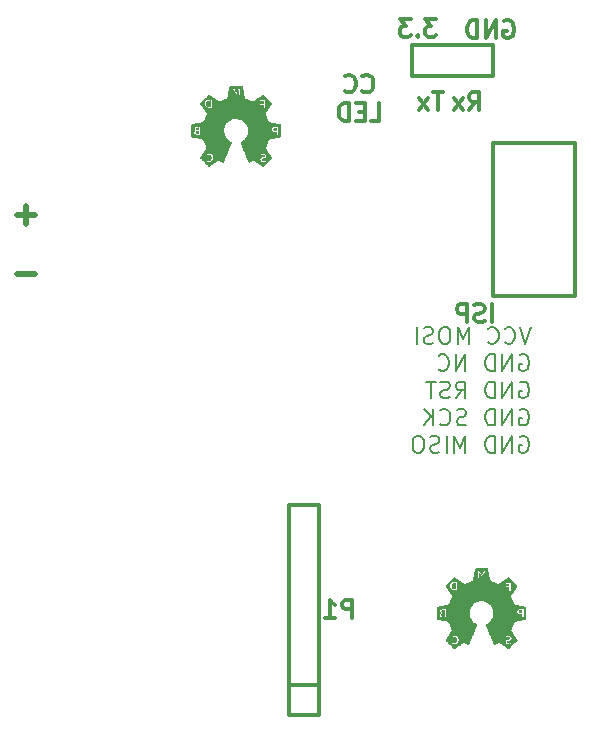
<source format=gbo>
%TF.GenerationSoftware,KiCad,Pcbnew,(2017-10-06 revision 4905bbe50)-master*%
%TF.CreationDate,2017-10-08T14:00:52+03:00*%
%TF.ProjectId,dps5005control,64707335303035636F6E74726F6C2E6B,rev?*%
%TF.SameCoordinates,Original*%
%TF.FileFunction,Legend,Bot*%
%TF.FilePolarity,Positive*%
%FSLAX46Y46*%
G04 Gerber Fmt 4.6, Leading zero omitted, Abs format (unit mm)*
G04 Created by KiCad (PCBNEW (2017-10-06 revision 4905bbe50)-master) date Sun Oct  8 14:00:52 2017*
%MOMM*%
%LPD*%
G01*
G04 APERTURE LIST*
%ADD10C,0.300000*%
%ADD11C,0.200000*%
%ADD12C,0.500000*%
%ADD13C,0.010000*%
%ADD14C,0.304800*%
G04 APERTURE END LIST*
D10*
X183082285Y-66312171D02*
X183796571Y-66312171D01*
X183796571Y-64812171D01*
X182582285Y-65526457D02*
X182082285Y-65526457D01*
X181868000Y-66312171D02*
X182582285Y-66312171D01*
X182582285Y-64812171D01*
X181868000Y-64812171D01*
X181225142Y-66312171D02*
X181225142Y-64812171D01*
X180868000Y-64812171D01*
X180653714Y-64883600D01*
X180510857Y-65026457D01*
X180439428Y-65169314D01*
X180368000Y-65455028D01*
X180368000Y-65669314D01*
X180439428Y-65955028D01*
X180510857Y-66097885D01*
X180653714Y-66240742D01*
X180868000Y-66312171D01*
X181225142Y-66312171D01*
X182378314Y-63756314D02*
X182449742Y-63827742D01*
X182664028Y-63899171D01*
X182806885Y-63899171D01*
X183021171Y-63827742D01*
X183164028Y-63684885D01*
X183235457Y-63542028D01*
X183306885Y-63256314D01*
X183306885Y-63042028D01*
X183235457Y-62756314D01*
X183164028Y-62613457D01*
X183021171Y-62470600D01*
X182806885Y-62399171D01*
X182664028Y-62399171D01*
X182449742Y-62470600D01*
X182378314Y-62542028D01*
X180878314Y-63756314D02*
X180949742Y-63827742D01*
X181164028Y-63899171D01*
X181306885Y-63899171D01*
X181521171Y-63827742D01*
X181664028Y-63684885D01*
X181735457Y-63542028D01*
X181806885Y-63256314D01*
X181806885Y-63042028D01*
X181735457Y-62756314D01*
X181664028Y-62613457D01*
X181521171Y-62470600D01*
X181306885Y-62399171D01*
X181164028Y-62399171D01*
X180949742Y-62470600D01*
X180878314Y-62542028D01*
X186588400Y-62484000D02*
X186588400Y-59918600D01*
X193395600Y-62484000D02*
X193395600Y-59918600D01*
X186588400Y-62484000D02*
X193370200Y-62484000D01*
X188617028Y-57700171D02*
X187688457Y-57700171D01*
X188188457Y-58271600D01*
X187974171Y-58271600D01*
X187831314Y-58343028D01*
X187759885Y-58414457D01*
X187688457Y-58557314D01*
X187688457Y-58914457D01*
X187759885Y-59057314D01*
X187831314Y-59128742D01*
X187974171Y-59200171D01*
X188402742Y-59200171D01*
X188545600Y-59128742D01*
X188617028Y-59057314D01*
X187045600Y-59057314D02*
X186974171Y-59128742D01*
X187045600Y-59200171D01*
X187117028Y-59128742D01*
X187045600Y-59057314D01*
X187045600Y-59200171D01*
X186474171Y-57700171D02*
X185545600Y-57700171D01*
X186045600Y-58271600D01*
X185831314Y-58271600D01*
X185688457Y-58343028D01*
X185617028Y-58414457D01*
X185545600Y-58557314D01*
X185545600Y-58914457D01*
X185617028Y-59057314D01*
X185688457Y-59128742D01*
X185831314Y-59200171D01*
X186259885Y-59200171D01*
X186402742Y-59128742D01*
X186474171Y-59057314D01*
X194386057Y-57873200D02*
X194528914Y-57801771D01*
X194743200Y-57801771D01*
X194957485Y-57873200D01*
X195100342Y-58016057D01*
X195171771Y-58158914D01*
X195243200Y-58444628D01*
X195243200Y-58658914D01*
X195171771Y-58944628D01*
X195100342Y-59087485D01*
X194957485Y-59230342D01*
X194743200Y-59301771D01*
X194600342Y-59301771D01*
X194386057Y-59230342D01*
X194314628Y-59158914D01*
X194314628Y-58658914D01*
X194600342Y-58658914D01*
X193671771Y-59301771D02*
X193671771Y-57801771D01*
X192814628Y-59301771D01*
X192814628Y-57801771D01*
X192100342Y-59301771D02*
X192100342Y-57801771D01*
X191743200Y-57801771D01*
X191528914Y-57873200D01*
X191386057Y-58016057D01*
X191314628Y-58158914D01*
X191243200Y-58444628D01*
X191243200Y-58658914D01*
X191314628Y-58944628D01*
X191386057Y-59087485D01*
X191528914Y-59230342D01*
X191743200Y-59301771D01*
X192100342Y-59301771D01*
X189173514Y-63846971D02*
X188316371Y-63846971D01*
X188744942Y-65346971D02*
X188744942Y-63846971D01*
X187959228Y-65346971D02*
X187173514Y-64346971D01*
X187959228Y-64346971D02*
X187173514Y-65346971D01*
X191404857Y-65397771D02*
X191904857Y-64683485D01*
X192262000Y-65397771D02*
X192262000Y-63897771D01*
X191690571Y-63897771D01*
X191547714Y-63969200D01*
X191476285Y-64040628D01*
X191404857Y-64183485D01*
X191404857Y-64397771D01*
X191476285Y-64540628D01*
X191547714Y-64612057D01*
X191690571Y-64683485D01*
X192262000Y-64683485D01*
X190904857Y-65397771D02*
X190119142Y-64397771D01*
X190904857Y-64397771D02*
X190119142Y-65397771D01*
X186613800Y-59918600D02*
X193395600Y-59918600D01*
X193400000Y-81150000D02*
X193400000Y-68150000D01*
X200400000Y-68150000D02*
X200400000Y-81150000D01*
X193400000Y-68150000D02*
X200400000Y-68150000D01*
X200400000Y-81150000D02*
X193400000Y-81150000D01*
X193364285Y-83328571D02*
X193364285Y-81828571D01*
X192721428Y-83257142D02*
X192507142Y-83328571D01*
X192150000Y-83328571D01*
X192007142Y-83257142D01*
X191935714Y-83185714D01*
X191864285Y-83042857D01*
X191864285Y-82900000D01*
X191935714Y-82757142D01*
X192007142Y-82685714D01*
X192150000Y-82614285D01*
X192435714Y-82542857D01*
X192578571Y-82471428D01*
X192650000Y-82400000D01*
X192721428Y-82257142D01*
X192721428Y-82114285D01*
X192650000Y-81971428D01*
X192578571Y-81900000D01*
X192435714Y-81828571D01*
X192078571Y-81828571D01*
X191864285Y-81900000D01*
X191221428Y-83328571D02*
X191221428Y-81828571D01*
X190650000Y-81828571D01*
X190507142Y-81900000D01*
X190435714Y-81971428D01*
X190364285Y-82114285D01*
X190364285Y-82328571D01*
X190435714Y-82471428D01*
X190507142Y-82542857D01*
X190650000Y-82614285D01*
X191221428Y-82614285D01*
D11*
X196636666Y-83783333D02*
X196170000Y-85183333D01*
X195703333Y-83783333D01*
X194436666Y-85050000D02*
X194503333Y-85116666D01*
X194703333Y-85183333D01*
X194836666Y-85183333D01*
X195036666Y-85116666D01*
X195170000Y-84983333D01*
X195236666Y-84850000D01*
X195303333Y-84583333D01*
X195303333Y-84383333D01*
X195236666Y-84116666D01*
X195170000Y-83983333D01*
X195036666Y-83850000D01*
X194836666Y-83783333D01*
X194703333Y-83783333D01*
X194503333Y-83850000D01*
X194436666Y-83916666D01*
X193036666Y-85050000D02*
X193103333Y-85116666D01*
X193303333Y-85183333D01*
X193436666Y-85183333D01*
X193636666Y-85116666D01*
X193770000Y-84983333D01*
X193836666Y-84850000D01*
X193903333Y-84583333D01*
X193903333Y-84383333D01*
X193836666Y-84116666D01*
X193770000Y-83983333D01*
X193636666Y-83850000D01*
X193436666Y-83783333D01*
X193303333Y-83783333D01*
X193103333Y-83850000D01*
X193036666Y-83916666D01*
X191370000Y-85183333D02*
X191370000Y-83783333D01*
X190903333Y-84783333D01*
X190436666Y-83783333D01*
X190436666Y-85183333D01*
X189503333Y-83783333D02*
X189236666Y-83783333D01*
X189103333Y-83850000D01*
X188970000Y-83983333D01*
X188903333Y-84250000D01*
X188903333Y-84716666D01*
X188970000Y-84983333D01*
X189103333Y-85116666D01*
X189236666Y-85183333D01*
X189503333Y-85183333D01*
X189636666Y-85116666D01*
X189770000Y-84983333D01*
X189836666Y-84716666D01*
X189836666Y-84250000D01*
X189770000Y-83983333D01*
X189636666Y-83850000D01*
X189503333Y-83783333D01*
X188370000Y-85116666D02*
X188170000Y-85183333D01*
X187836666Y-85183333D01*
X187703333Y-85116666D01*
X187636666Y-85050000D01*
X187570000Y-84916666D01*
X187570000Y-84783333D01*
X187636666Y-84650000D01*
X187703333Y-84583333D01*
X187836666Y-84516666D01*
X188103333Y-84450000D01*
X188236666Y-84383333D01*
X188303333Y-84316666D01*
X188370000Y-84183333D01*
X188370000Y-84050000D01*
X188303333Y-83916666D01*
X188236666Y-83850000D01*
X188103333Y-83783333D01*
X187770000Y-83783333D01*
X187570000Y-83850000D01*
X186970000Y-85183333D02*
X186970000Y-83783333D01*
X195703333Y-86150000D02*
X195836666Y-86083333D01*
X196036666Y-86083333D01*
X196236666Y-86150000D01*
X196370000Y-86283333D01*
X196436666Y-86416666D01*
X196503333Y-86683333D01*
X196503333Y-86883333D01*
X196436666Y-87150000D01*
X196370000Y-87283333D01*
X196236666Y-87416666D01*
X196036666Y-87483333D01*
X195903333Y-87483333D01*
X195703333Y-87416666D01*
X195636666Y-87350000D01*
X195636666Y-86883333D01*
X195903333Y-86883333D01*
X195036666Y-87483333D02*
X195036666Y-86083333D01*
X194236666Y-87483333D01*
X194236666Y-86083333D01*
X193570000Y-87483333D02*
X193570000Y-86083333D01*
X193236666Y-86083333D01*
X193036666Y-86150000D01*
X192903333Y-86283333D01*
X192836666Y-86416666D01*
X192770000Y-86683333D01*
X192770000Y-86883333D01*
X192836666Y-87150000D01*
X192903333Y-87283333D01*
X193036666Y-87416666D01*
X193236666Y-87483333D01*
X193570000Y-87483333D01*
X191103333Y-87483333D02*
X191103333Y-86083333D01*
X190303333Y-87483333D01*
X190303333Y-86083333D01*
X188836666Y-87350000D02*
X188903333Y-87416666D01*
X189103333Y-87483333D01*
X189236666Y-87483333D01*
X189436666Y-87416666D01*
X189570000Y-87283333D01*
X189636666Y-87150000D01*
X189703333Y-86883333D01*
X189703333Y-86683333D01*
X189636666Y-86416666D01*
X189570000Y-86283333D01*
X189436666Y-86150000D01*
X189236666Y-86083333D01*
X189103333Y-86083333D01*
X188903333Y-86150000D01*
X188836666Y-86216666D01*
X195703333Y-88450000D02*
X195836666Y-88383333D01*
X196036666Y-88383333D01*
X196236666Y-88450000D01*
X196370000Y-88583333D01*
X196436666Y-88716666D01*
X196503333Y-88983333D01*
X196503333Y-89183333D01*
X196436666Y-89450000D01*
X196370000Y-89583333D01*
X196236666Y-89716666D01*
X196036666Y-89783333D01*
X195903333Y-89783333D01*
X195703333Y-89716666D01*
X195636666Y-89650000D01*
X195636666Y-89183333D01*
X195903333Y-89183333D01*
X195036666Y-89783333D02*
X195036666Y-88383333D01*
X194236666Y-89783333D01*
X194236666Y-88383333D01*
X193570000Y-89783333D02*
X193570000Y-88383333D01*
X193236666Y-88383333D01*
X193036666Y-88450000D01*
X192903333Y-88583333D01*
X192836666Y-88716666D01*
X192770000Y-88983333D01*
X192770000Y-89183333D01*
X192836666Y-89450000D01*
X192903333Y-89583333D01*
X193036666Y-89716666D01*
X193236666Y-89783333D01*
X193570000Y-89783333D01*
X190303333Y-89783333D02*
X190770000Y-89116666D01*
X191103333Y-89783333D02*
X191103333Y-88383333D01*
X190570000Y-88383333D01*
X190436666Y-88450000D01*
X190370000Y-88516666D01*
X190303333Y-88650000D01*
X190303333Y-88850000D01*
X190370000Y-88983333D01*
X190436666Y-89050000D01*
X190570000Y-89116666D01*
X191103333Y-89116666D01*
X189770000Y-89716666D02*
X189570000Y-89783333D01*
X189236666Y-89783333D01*
X189103333Y-89716666D01*
X189036666Y-89650000D01*
X188970000Y-89516666D01*
X188970000Y-89383333D01*
X189036666Y-89250000D01*
X189103333Y-89183333D01*
X189236666Y-89116666D01*
X189503333Y-89050000D01*
X189636666Y-88983333D01*
X189703333Y-88916666D01*
X189770000Y-88783333D01*
X189770000Y-88650000D01*
X189703333Y-88516666D01*
X189636666Y-88450000D01*
X189503333Y-88383333D01*
X189170000Y-88383333D01*
X188970000Y-88450000D01*
X188570000Y-88383333D02*
X187770000Y-88383333D01*
X188170000Y-89783333D02*
X188170000Y-88383333D01*
X195703333Y-90750000D02*
X195836666Y-90683333D01*
X196036666Y-90683333D01*
X196236666Y-90750000D01*
X196370000Y-90883333D01*
X196436666Y-91016666D01*
X196503333Y-91283333D01*
X196503333Y-91483333D01*
X196436666Y-91750000D01*
X196370000Y-91883333D01*
X196236666Y-92016666D01*
X196036666Y-92083333D01*
X195903333Y-92083333D01*
X195703333Y-92016666D01*
X195636666Y-91950000D01*
X195636666Y-91483333D01*
X195903333Y-91483333D01*
X195036666Y-92083333D02*
X195036666Y-90683333D01*
X194236666Y-92083333D01*
X194236666Y-90683333D01*
X193570000Y-92083333D02*
X193570000Y-90683333D01*
X193236666Y-90683333D01*
X193036666Y-90750000D01*
X192903333Y-90883333D01*
X192836666Y-91016666D01*
X192770000Y-91283333D01*
X192770000Y-91483333D01*
X192836666Y-91750000D01*
X192903333Y-91883333D01*
X193036666Y-92016666D01*
X193236666Y-92083333D01*
X193570000Y-92083333D01*
X191170000Y-92016666D02*
X190970000Y-92083333D01*
X190636666Y-92083333D01*
X190503333Y-92016666D01*
X190436666Y-91950000D01*
X190370000Y-91816666D01*
X190370000Y-91683333D01*
X190436666Y-91550000D01*
X190503333Y-91483333D01*
X190636666Y-91416666D01*
X190903333Y-91350000D01*
X191036666Y-91283333D01*
X191103333Y-91216666D01*
X191170000Y-91083333D01*
X191170000Y-90950000D01*
X191103333Y-90816666D01*
X191036666Y-90750000D01*
X190903333Y-90683333D01*
X190570000Y-90683333D01*
X190370000Y-90750000D01*
X188970000Y-91950000D02*
X189036666Y-92016666D01*
X189236666Y-92083333D01*
X189370000Y-92083333D01*
X189570000Y-92016666D01*
X189703333Y-91883333D01*
X189770000Y-91750000D01*
X189836666Y-91483333D01*
X189836666Y-91283333D01*
X189770000Y-91016666D01*
X189703333Y-90883333D01*
X189570000Y-90750000D01*
X189370000Y-90683333D01*
X189236666Y-90683333D01*
X189036666Y-90750000D01*
X188970000Y-90816666D01*
X188370000Y-92083333D02*
X188370000Y-90683333D01*
X187570000Y-92083333D02*
X188170000Y-91283333D01*
X187570000Y-90683333D02*
X188370000Y-91483333D01*
X195703333Y-93050000D02*
X195836666Y-92983333D01*
X196036666Y-92983333D01*
X196236666Y-93050000D01*
X196370000Y-93183333D01*
X196436666Y-93316666D01*
X196503333Y-93583333D01*
X196503333Y-93783333D01*
X196436666Y-94050000D01*
X196370000Y-94183333D01*
X196236666Y-94316666D01*
X196036666Y-94383333D01*
X195903333Y-94383333D01*
X195703333Y-94316666D01*
X195636666Y-94250000D01*
X195636666Y-93783333D01*
X195903333Y-93783333D01*
X195036666Y-94383333D02*
X195036666Y-92983333D01*
X194236666Y-94383333D01*
X194236666Y-92983333D01*
X193570000Y-94383333D02*
X193570000Y-92983333D01*
X193236666Y-92983333D01*
X193036666Y-93050000D01*
X192903333Y-93183333D01*
X192836666Y-93316666D01*
X192770000Y-93583333D01*
X192770000Y-93783333D01*
X192836666Y-94050000D01*
X192903333Y-94183333D01*
X193036666Y-94316666D01*
X193236666Y-94383333D01*
X193570000Y-94383333D01*
X191103333Y-94383333D02*
X191103333Y-92983333D01*
X190636666Y-93983333D01*
X190170000Y-92983333D01*
X190170000Y-94383333D01*
X189503333Y-94383333D02*
X189503333Y-92983333D01*
X188903333Y-94316666D02*
X188703333Y-94383333D01*
X188370000Y-94383333D01*
X188236666Y-94316666D01*
X188170000Y-94250000D01*
X188103333Y-94116666D01*
X188103333Y-93983333D01*
X188170000Y-93850000D01*
X188236666Y-93783333D01*
X188370000Y-93716666D01*
X188636666Y-93650000D01*
X188770000Y-93583333D01*
X188836666Y-93516666D01*
X188903333Y-93383333D01*
X188903333Y-93250000D01*
X188836666Y-93116666D01*
X188770000Y-93050000D01*
X188636666Y-92983333D01*
X188303333Y-92983333D01*
X188103333Y-93050000D01*
X187236666Y-92983333D02*
X186970000Y-92983333D01*
X186836666Y-93050000D01*
X186703333Y-93183333D01*
X186636666Y-93450000D01*
X186636666Y-93916666D01*
X186703333Y-94183333D01*
X186836666Y-94316666D01*
X186970000Y-94383333D01*
X187236666Y-94383333D01*
X187370000Y-94316666D01*
X187503333Y-94183333D01*
X187570000Y-93916666D01*
X187570000Y-93450000D01*
X187503333Y-93183333D01*
X187370000Y-93050000D01*
X187236666Y-92983333D01*
D12*
X153138095Y-79245238D02*
X154661904Y-79245238D01*
X153138095Y-74292857D02*
X154661904Y-74292857D01*
X153900000Y-75054761D02*
X153900000Y-73530952D01*
D13*
%TO.C,G\002A\002A\002A*%
G36*
X192350050Y-104189462D02*
X192254111Y-104190311D01*
X192164309Y-104191848D01*
X192084149Y-104194074D01*
X192017134Y-104196990D01*
X191966765Y-104200597D01*
X191936547Y-104204893D01*
X191930118Y-104207279D01*
X191923189Y-104216837D01*
X191915152Y-104237293D01*
X191905561Y-104270638D01*
X191893967Y-104318858D01*
X191879924Y-104383943D01*
X191862985Y-104467881D01*
X191842701Y-104572661D01*
X191818626Y-104700271D01*
X191815755Y-104715636D01*
X191790931Y-104846557D01*
X191768540Y-104960491D01*
X191748892Y-105055998D01*
X191732300Y-105131637D01*
X191719075Y-105185968D01*
X191709528Y-105217550D01*
X191705690Y-105224985D01*
X191688543Y-105234976D01*
X191651472Y-105252558D01*
X191598226Y-105276206D01*
X191532552Y-105304393D01*
X191458198Y-105335594D01*
X191378913Y-105368281D01*
X191298444Y-105400930D01*
X191220539Y-105432012D01*
X191148947Y-105460003D01*
X191087415Y-105483376D01*
X191039691Y-105500605D01*
X191009524Y-105510164D01*
X191001832Y-105511599D01*
X190985684Y-105504594D01*
X190951140Y-105484623D01*
X190900636Y-105453259D01*
X190836605Y-105412070D01*
X190761483Y-105362628D01*
X190677705Y-105306502D01*
X190643165Y-105283000D01*
X190411100Y-105283000D01*
X190411100Y-106019600D01*
X190227576Y-106019600D01*
X190155555Y-106018628D01*
X190086821Y-106015965D01*
X190028195Y-106011991D01*
X189986495Y-106007086D01*
X189979722Y-106005803D01*
X189901920Y-105977450D01*
X189829528Y-105929595D01*
X189770666Y-105867994D01*
X189757050Y-105848001D01*
X189739987Y-105818985D01*
X189728957Y-105793513D01*
X189722651Y-105764824D01*
X189719759Y-105726157D01*
X189718972Y-105670749D01*
X189718950Y-105651300D01*
X189719381Y-105589996D01*
X189721555Y-105547288D01*
X189726793Y-105516376D01*
X189736419Y-105490460D01*
X189751755Y-105462739D01*
X189757421Y-105453454D01*
X189811543Y-105387835D01*
X189882164Y-105335306D01*
X189961562Y-105301308D01*
X189979719Y-105296796D01*
X190016305Y-105291723D01*
X190071467Y-105287489D01*
X190138383Y-105284474D01*
X190210235Y-105283059D01*
X190227576Y-105282999D01*
X190411100Y-105283000D01*
X190643165Y-105283000D01*
X190587704Y-105245264D01*
X190569249Y-105232594D01*
X190478340Y-105170524D01*
X190393216Y-105113234D01*
X190316305Y-105062296D01*
X190250034Y-105019282D01*
X190196830Y-104985763D01*
X190159122Y-104963313D01*
X190139337Y-104953501D01*
X190137743Y-104953194D01*
X190120842Y-104962364D01*
X190086828Y-104990041D01*
X190035845Y-105036091D01*
X189968033Y-105100381D01*
X189883537Y-105182780D01*
X189782498Y-105283153D01*
X189765823Y-105299852D01*
X189675276Y-105390899D01*
X189601459Y-105465828D01*
X189542913Y-105526250D01*
X189498177Y-105573773D01*
X189465789Y-105610008D01*
X189444289Y-105636563D01*
X189432216Y-105655048D01*
X189428110Y-105667071D01*
X189428646Y-105671327D01*
X189437724Y-105687163D01*
X189459539Y-105721377D01*
X189492408Y-105771441D01*
X189534646Y-105834827D01*
X189584568Y-105909004D01*
X189640489Y-105991444D01*
X189697275Y-106074585D01*
X189757597Y-106163045D01*
X189813696Y-106246139D01*
X189863846Y-106321246D01*
X189906322Y-106385746D01*
X189939396Y-106437020D01*
X189961343Y-106472448D01*
X189970236Y-106488832D01*
X189973213Y-106501109D01*
X189972920Y-106516972D01*
X189968404Y-106539109D01*
X189958715Y-106570208D01*
X189942901Y-106612958D01*
X189920011Y-106670047D01*
X189889093Y-106744163D01*
X189849197Y-106837995D01*
X189834648Y-106871996D01*
X189796410Y-106960535D01*
X189760660Y-107041928D01*
X189728793Y-107113107D01*
X189702203Y-107171005D01*
X189682285Y-107212555D01*
X189670432Y-107234689D01*
X189668661Y-107237081D01*
X189652208Y-107243586D01*
X189613080Y-107253945D01*
X189553626Y-107267654D01*
X189476193Y-107284208D01*
X189383131Y-107303104D01*
X189276787Y-107323836D01*
X189177290Y-107342604D01*
X189044621Y-107367557D01*
X188935469Y-107388747D01*
X188848283Y-107406521D01*
X188781514Y-107421221D01*
X188733612Y-107433193D01*
X188703027Y-107442780D01*
X188688210Y-107450327D01*
X188687075Y-107451524D01*
X188682727Y-107463524D01*
X188679177Y-107488344D01*
X188676364Y-107527895D01*
X188674227Y-107584087D01*
X188672707Y-107658829D01*
X188671741Y-107754032D01*
X188671271Y-107871604D01*
X188671200Y-107951520D01*
X188671307Y-108076266D01*
X188671689Y-108178029D01*
X188672445Y-108259224D01*
X188673670Y-108322266D01*
X188675461Y-108369572D01*
X188677915Y-108403556D01*
X188681128Y-108426636D01*
X188685197Y-108441226D01*
X188690219Y-108449742D01*
X188691158Y-108450742D01*
X188710783Y-108466693D01*
X188720284Y-108470700D01*
X188738746Y-108473050D01*
X188778292Y-108479655D01*
X188835445Y-108489842D01*
X188906729Y-108502940D01*
X188988667Y-108518279D01*
X189077783Y-108535188D01*
X189170601Y-108552994D01*
X189263646Y-108571027D01*
X189353440Y-108588616D01*
X189436507Y-108605089D01*
X189509372Y-108619776D01*
X189568557Y-108632004D01*
X189610587Y-108641104D01*
X189631986Y-108646404D01*
X189633701Y-108647055D01*
X189644941Y-108662413D01*
X189664282Y-108699968D01*
X189691001Y-108758097D01*
X189724377Y-108835178D01*
X189763688Y-108929588D01*
X189807042Y-109036774D01*
X189849422Y-109143306D01*
X189882958Y-109228894D01*
X189908499Y-109296071D01*
X189926898Y-109347369D01*
X189939005Y-109385321D01*
X189945672Y-109412459D01*
X189947750Y-109431315D01*
X189946090Y-109444423D01*
X189945066Y-109447422D01*
X189935038Y-109465332D01*
X189912300Y-109501511D01*
X189878587Y-109553335D01*
X189835636Y-109618182D01*
X189785181Y-109693428D01*
X189728960Y-109776451D01*
X189676336Y-109853508D01*
X189617173Y-109940173D01*
X189562844Y-110020472D01*
X189514972Y-110091948D01*
X189475183Y-110152147D01*
X189445101Y-110198612D01*
X189426349Y-110228887D01*
X189420500Y-110240316D01*
X189429257Y-110253157D01*
X189453922Y-110281207D01*
X189492089Y-110322076D01*
X189541354Y-110373375D01*
X189599311Y-110432712D01*
X189663553Y-110497698D01*
X189731675Y-110565943D01*
X189801272Y-110635057D01*
X189869937Y-110702649D01*
X189935265Y-110766329D01*
X189994850Y-110823707D01*
X190046287Y-110872393D01*
X190087169Y-110909997D01*
X190115092Y-110934129D01*
X190127096Y-110942339D01*
X190140230Y-110940625D01*
X190163644Y-110930451D01*
X190199004Y-110910784D01*
X190247974Y-110880590D01*
X190312218Y-110838837D01*
X190393401Y-110784491D01*
X190493186Y-110716520D01*
X190515293Y-110701356D01*
X190601564Y-110642343D01*
X190682364Y-110587484D01*
X190755018Y-110538563D01*
X190816848Y-110497368D01*
X190865176Y-110465686D01*
X190897325Y-110445301D01*
X190909300Y-110438461D01*
X190923351Y-110433826D01*
X190939667Y-110433776D01*
X190961999Y-110439733D01*
X190994095Y-110453116D01*
X191039703Y-110475346D01*
X191102574Y-110507841D01*
X191128720Y-110521571D01*
X191193945Y-110554921D01*
X191249863Y-110581630D01*
X191292913Y-110600128D01*
X191319536Y-110608846D01*
X191326243Y-110608637D01*
X191332752Y-110595429D01*
X191347939Y-110561055D01*
X191370836Y-110507847D01*
X191400474Y-110438137D01*
X191435886Y-110354257D01*
X191476103Y-110258538D01*
X191485539Y-110236000D01*
X190519050Y-110236000D01*
X190518240Y-110300221D01*
X190515146Y-110345734D01*
X190508773Y-110379196D01*
X190498128Y-110407268D01*
X190491552Y-110420150D01*
X190442490Y-110489332D01*
X190378835Y-110547366D01*
X190307995Y-110587755D01*
X190294607Y-110592804D01*
X190229785Y-110608080D01*
X190152909Y-110615465D01*
X190073472Y-110614933D01*
X190000970Y-110606456D01*
X189953900Y-110593769D01*
X189896750Y-110571920D01*
X189892966Y-110485248D01*
X189892431Y-110443004D01*
X189894597Y-110413773D01*
X189898999Y-110403544D01*
X189899316Y-110403661D01*
X189964900Y-110434927D01*
X190015713Y-110454691D01*
X190058419Y-110465081D01*
X190099682Y-110468223D01*
X190101604Y-110468228D01*
X190174351Y-110457231D01*
X190234158Y-110426040D01*
X190279087Y-110377356D01*
X190307197Y-110313878D01*
X190316551Y-110238308D01*
X190310476Y-110177349D01*
X190286157Y-110105969D01*
X190244112Y-110052380D01*
X190185977Y-110017941D01*
X190113386Y-110004008D01*
X190101604Y-110003771D01*
X190055046Y-110007671D01*
X190005542Y-110020792D01*
X189946421Y-110045263D01*
X189899925Y-110068135D01*
X189895145Y-110059129D01*
X189891726Y-110030828D01*
X189890401Y-109989331D01*
X189890400Y-109988760D01*
X189890400Y-109904503D01*
X189938025Y-109883542D01*
X189989490Y-109868592D01*
X190056986Y-109859602D01*
X190131792Y-109856833D01*
X190205188Y-109860541D01*
X190268453Y-109870987D01*
X190277622Y-109873466D01*
X190350529Y-109906234D01*
X190418525Y-109958010D01*
X190474081Y-110022534D01*
X190491546Y-110051279D01*
X190504499Y-110079446D01*
X190512713Y-110109930D01*
X190517183Y-110149420D01*
X190518906Y-110204606D01*
X190519050Y-110236000D01*
X191485539Y-110236000D01*
X191520158Y-110153313D01*
X191567083Y-110040913D01*
X191615910Y-109923669D01*
X191665671Y-109803914D01*
X191715398Y-109683980D01*
X191764123Y-109566198D01*
X191810879Y-109452900D01*
X191854696Y-109346418D01*
X191894609Y-109249083D01*
X191929647Y-109163227D01*
X191958845Y-109091183D01*
X191981232Y-109035282D01*
X191995843Y-108997855D01*
X192001616Y-108981621D01*
X191999967Y-108952842D01*
X191981603Y-108933813D01*
X191869386Y-108853945D01*
X191776557Y-108782319D01*
X191699810Y-108715773D01*
X191635837Y-108651146D01*
X191581331Y-108585275D01*
X191532985Y-108514999D01*
X191518032Y-108490659D01*
X191453264Y-108365151D01*
X191437581Y-108319870D01*
X189445900Y-108319870D01*
X189214125Y-108315910D01*
X189128575Y-108314110D01*
X189064228Y-108311762D01*
X189016888Y-108308441D01*
X188982361Y-108303726D01*
X188956450Y-108297192D01*
X188934958Y-108288416D01*
X188933226Y-108287566D01*
X188881687Y-108250946D01*
X188850071Y-108200920D01*
X188836952Y-108134952D01*
X188836395Y-108115100D01*
X188845253Y-108046128D01*
X188870251Y-107989087D01*
X188909026Y-107949257D01*
X188911211Y-107947857D01*
X188925366Y-107937197D01*
X188926566Y-107925717D01*
X188913226Y-107906502D01*
X188897565Y-107888363D01*
X188876612Y-107862395D01*
X188865672Y-107839315D01*
X188862302Y-107809882D01*
X188864062Y-107764857D01*
X188864231Y-107762192D01*
X188868601Y-107715115D01*
X188876545Y-107684595D01*
X188891446Y-107661788D01*
X188909357Y-107644309D01*
X188937671Y-107622479D01*
X188969665Y-107606233D01*
X189009438Y-107594808D01*
X189061089Y-107587444D01*
X189128719Y-107583378D01*
X189216424Y-107581848D01*
X189245875Y-107581770D01*
X189445900Y-107581700D01*
X189445900Y-108319870D01*
X191437581Y-108319870D01*
X191408752Y-108236633D01*
X191383038Y-108099544D01*
X191374664Y-107948323D01*
X191374665Y-107943650D01*
X191386774Y-107784895D01*
X191421277Y-107634874D01*
X191476266Y-107494934D01*
X191549833Y-107366423D01*
X191640069Y-107250688D01*
X191745066Y-107149076D01*
X191862916Y-107062937D01*
X191991710Y-106993616D01*
X192129540Y-106942462D01*
X192274499Y-106910822D01*
X192424677Y-106900044D01*
X192578166Y-106911475D01*
X192733058Y-106946464D01*
X192769863Y-106958390D01*
X192917552Y-107022236D01*
X193051757Y-107107182D01*
X193171193Y-107212048D01*
X193274576Y-107335655D01*
X193360622Y-107476824D01*
X193381827Y-107520187D01*
X193430165Y-107642733D01*
X193459862Y-107765183D01*
X193472829Y-107896468D01*
X193473768Y-107950000D01*
X193462382Y-108116203D01*
X193428355Y-108271345D01*
X193371153Y-108416866D01*
X193290246Y-108554206D01*
X193214740Y-108651487D01*
X193174394Y-108692751D01*
X193116385Y-108744167D01*
X193044656Y-108802537D01*
X192963152Y-108864664D01*
X192875819Y-108927347D01*
X192866498Y-108933813D01*
X192846250Y-108957341D01*
X192846485Y-108981621D01*
X192852926Y-108999612D01*
X192868052Y-109038264D01*
X192890895Y-109095244D01*
X192920486Y-109168221D01*
X192955858Y-109254864D01*
X192996043Y-109352840D01*
X193040073Y-109459817D01*
X193086981Y-109573465D01*
X193135797Y-109691450D01*
X193185554Y-109811441D01*
X193235285Y-109931107D01*
X193284022Y-110048116D01*
X193330795Y-110160136D01*
X193374639Y-110264834D01*
X193414583Y-110359880D01*
X193449662Y-110442942D01*
X193478906Y-110511687D01*
X193501349Y-110563784D01*
X193516021Y-110596901D01*
X193521858Y-110608637D01*
X193536443Y-110606809D01*
X193569674Y-110594221D01*
X193617991Y-110572445D01*
X193677835Y-110543049D01*
X193719381Y-110521571D01*
X193789019Y-110485237D01*
X193840111Y-110459655D01*
X193876408Y-110443405D01*
X193901659Y-110435067D01*
X193919612Y-110433221D01*
X193934016Y-110436447D01*
X193938801Y-110438461D01*
X193956860Y-110449057D01*
X193993128Y-110472307D01*
X194044920Y-110506419D01*
X194109554Y-110549605D01*
X194184346Y-110600072D01*
X194266610Y-110656031D01*
X194331325Y-110700338D01*
X194416732Y-110758547D01*
X194496163Y-110811866D01*
X194567044Y-110858631D01*
X194626801Y-110897176D01*
X194672859Y-110925835D01*
X194702646Y-110942944D01*
X194712914Y-110947200D01*
X194726537Y-110938482D01*
X194755911Y-110913633D01*
X194798955Y-110874609D01*
X194853589Y-110823367D01*
X194917730Y-110761864D01*
X194989299Y-110692057D01*
X195066214Y-110615901D01*
X195081268Y-110600867D01*
X195158313Y-110523473D01*
X195229399Y-110451389D01*
X195292579Y-110386643D01*
X195345902Y-110331263D01*
X195387420Y-110287276D01*
X195415184Y-110256709D01*
X195427244Y-110241590D01*
X195427600Y-110240600D01*
X195420649Y-110227239D01*
X195400878Y-110195442D01*
X195369912Y-110147668D01*
X195329376Y-110086375D01*
X195313219Y-110062262D01*
X195008522Y-110062262D01*
X195006570Y-110124080D01*
X194993162Y-110177271D01*
X194989380Y-110185336D01*
X194958221Y-110222613D01*
X194907419Y-110257103D01*
X194842726Y-110285460D01*
X194792600Y-110299792D01*
X194717996Y-110319044D01*
X194666408Y-110338559D01*
X194635499Y-110360091D01*
X194622931Y-110385391D01*
X194626363Y-110416212D01*
X194628573Y-110422681D01*
X194652169Y-110451826D01*
X194694754Y-110467113D01*
X194754093Y-110468638D01*
X194827954Y-110456498D01*
X194914101Y-110430791D01*
X194973575Y-110407715D01*
X194985510Y-110405308D01*
X194992221Y-110413940D01*
X194995165Y-110438454D01*
X194995800Y-110481541D01*
X194994190Y-110525101D01*
X194989982Y-110557686D01*
X194984452Y-110571715D01*
X194941959Y-110588907D01*
X194881305Y-110601809D01*
X194809252Y-110610180D01*
X194732564Y-110613775D01*
X194658005Y-110612352D01*
X194592338Y-110605668D01*
X194542327Y-110593480D01*
X194530077Y-110588031D01*
X194480214Y-110551307D01*
X194447653Y-110501685D01*
X194430409Y-110435443D01*
X194426903Y-110394806D01*
X194426283Y-110341410D01*
X194431081Y-110304363D01*
X194442751Y-110274921D01*
X194448433Y-110265265D01*
X194471372Y-110234191D01*
X194499110Y-110210133D01*
X194536859Y-110190278D01*
X194589833Y-110171813D01*
X194654260Y-110154205D01*
X194719652Y-110137284D01*
X194764534Y-110124679D01*
X194793059Y-110114630D01*
X194809382Y-110105381D01*
X194817654Y-110095173D01*
X194821756Y-110083311D01*
X194819506Y-110050471D01*
X194795870Y-110025363D01*
X194754001Y-110009173D01*
X194697053Y-110003087D01*
X194628182Y-110008291D01*
X194623931Y-110008957D01*
X194578984Y-110017547D01*
X194541863Y-110027021D01*
X194524800Y-110033389D01*
X194499702Y-110043804D01*
X194484694Y-110039652D01*
X194477322Y-110017542D01*
X194475134Y-109974083D01*
X194475100Y-109964703D01*
X194475100Y-109883906D01*
X194547069Y-109869453D01*
X194595392Y-109862488D01*
X194656948Y-109857363D01*
X194719588Y-109855045D01*
X194728528Y-109855000D01*
X194819651Y-109861438D01*
X194891312Y-109881455D01*
X194946143Y-109916102D01*
X194979823Y-109955303D01*
X194999459Y-110002456D01*
X195008522Y-110062262D01*
X195313219Y-110062262D01*
X195280893Y-110014020D01*
X195226090Y-109933063D01*
X195171765Y-109853508D01*
X195111917Y-109765824D01*
X195056313Y-109683615D01*
X195006690Y-109609505D01*
X194964784Y-109546116D01*
X194932332Y-109496073D01*
X194911069Y-109462000D01*
X194903004Y-109447341D01*
X194900284Y-109434897D01*
X194901204Y-109417447D01*
X194906651Y-109392303D01*
X194917513Y-109356774D01*
X194934676Y-109308171D01*
X194959028Y-109243803D01*
X194991455Y-109160981D01*
X195026580Y-109072691D01*
X195070799Y-108962121D01*
X195106694Y-108872807D01*
X195135330Y-108802407D01*
X195157771Y-108748577D01*
X195175083Y-108708973D01*
X195188331Y-108681250D01*
X195198579Y-108663067D01*
X195206894Y-108652078D01*
X195214340Y-108645940D01*
X195221983Y-108642310D01*
X195222206Y-108642223D01*
X195238235Y-108638424D01*
X195275726Y-108630676D01*
X195331181Y-108619640D01*
X195401100Y-108605980D01*
X195481984Y-108590358D01*
X195570332Y-108573438D01*
X195662645Y-108555881D01*
X195755423Y-108538352D01*
X195845167Y-108521512D01*
X195928377Y-108506025D01*
X196001553Y-108492553D01*
X196061195Y-108481759D01*
X196103805Y-108474307D01*
X196125882Y-108470858D01*
X196127817Y-108470700D01*
X196143144Y-108462701D01*
X196156943Y-108450742D01*
X196162134Y-108443006D01*
X196166355Y-108429599D01*
X196169705Y-108408106D01*
X196172279Y-108376111D01*
X196174174Y-108331199D01*
X196174455Y-108318300D01*
X196024500Y-108318300D01*
X195834000Y-108318300D01*
X195834000Y-108064300D01*
X195729225Y-108064229D01*
X195645781Y-108061083D01*
X195581644Y-108050874D01*
X195531374Y-108032252D01*
X195491039Y-108005149D01*
X195449063Y-107960571D01*
X195424819Y-107909312D01*
X195415323Y-107844232D01*
X195414900Y-107823000D01*
X195420870Y-107752876D01*
X195440767Y-107698534D01*
X195477578Y-107652833D01*
X195491039Y-107640850D01*
X195519650Y-107620089D01*
X195551961Y-107604675D01*
X195592113Y-107593875D01*
X195644250Y-107586955D01*
X195712513Y-107583181D01*
X195801045Y-107581819D01*
X195824475Y-107581770D01*
X196024500Y-107581700D01*
X196024500Y-108318300D01*
X196174455Y-108318300D01*
X196175487Y-108270954D01*
X196176314Y-108192960D01*
X196176752Y-108094802D01*
X196176898Y-107974063D01*
X196176901Y-107951520D01*
X196176691Y-107819975D01*
X196176023Y-107711918D01*
X196174834Y-107625438D01*
X196173065Y-107558626D01*
X196170655Y-107509571D01*
X196167544Y-107476365D01*
X196163670Y-107457097D01*
X196161026Y-107451524D01*
X196148950Y-107444317D01*
X196121394Y-107435132D01*
X196076806Y-107423627D01*
X196013637Y-107409456D01*
X195930337Y-107392276D01*
X195825357Y-107371742D01*
X195697147Y-107347510D01*
X195670811Y-107342604D01*
X195554990Y-107320702D01*
X195450446Y-107300207D01*
X195359527Y-107281623D01*
X195284582Y-107265455D01*
X195227960Y-107252205D01*
X195192008Y-107242380D01*
X195179440Y-107237081D01*
X195170272Y-107221352D01*
X195152621Y-107185290D01*
X195127880Y-107131962D01*
X195097446Y-107064435D01*
X195062712Y-106985777D01*
X195025073Y-106899055D01*
X195013453Y-106871996D01*
X194970538Y-106771410D01*
X194936900Y-106691385D01*
X194911589Y-106629233D01*
X194893653Y-106582265D01*
X194882141Y-106547793D01*
X194876101Y-106523128D01*
X194874583Y-106505582D01*
X194876634Y-106492468D01*
X194877865Y-106488832D01*
X194887987Y-106470386D01*
X194910834Y-106433672D01*
X194944678Y-106381308D01*
X194987793Y-106315916D01*
X195038452Y-106240115D01*
X195094930Y-106156525D01*
X195150826Y-106074585D01*
X195210865Y-105986664D01*
X195266496Y-105904619D01*
X195316033Y-105830978D01*
X195357792Y-105768270D01*
X195390088Y-105719024D01*
X195411236Y-105685770D01*
X195419455Y-105671327D01*
X195418935Y-105662042D01*
X195411212Y-105647139D01*
X195394827Y-105625007D01*
X195368318Y-105594037D01*
X195330224Y-105552621D01*
X195279085Y-105499149D01*
X195213441Y-105432010D01*
X195131829Y-105349597D01*
X195116094Y-105333800D01*
X194932300Y-105333800D01*
X194932300Y-106070400D01*
X194741800Y-106070400D01*
X194741800Y-105765600D01*
X194437000Y-105765600D01*
X194437000Y-105625900D01*
X194741800Y-105625900D01*
X194741800Y-105473500D01*
X194411600Y-105473500D01*
X194411600Y-105333800D01*
X194932300Y-105333800D01*
X195116094Y-105333800D01*
X195082278Y-105299852D01*
X194979851Y-105197871D01*
X194893386Y-105113265D01*
X194823137Y-105046275D01*
X194769360Y-104997136D01*
X194732309Y-104966088D01*
X194712241Y-104953367D01*
X194710358Y-104953041D01*
X194694457Y-104960104D01*
X194660156Y-104980134D01*
X194609880Y-105011557D01*
X194546058Y-105052803D01*
X194471116Y-105102298D01*
X194387481Y-105158470D01*
X194297580Y-105219747D01*
X194279112Y-105232441D01*
X194188230Y-105294549D01*
X194103106Y-105351857D01*
X194026169Y-105402793D01*
X193959852Y-105445786D01*
X193906584Y-105479263D01*
X193868795Y-105501654D01*
X193848918Y-105511385D01*
X193847312Y-105511674D01*
X193825372Y-105506860D01*
X193784538Y-105493377D01*
X193728470Y-105472757D01*
X193660828Y-105446535D01*
X193585270Y-105416244D01*
X193505457Y-105383416D01*
X193425046Y-105349586D01*
X193347699Y-105316286D01*
X193277073Y-105285050D01*
X193216828Y-105257411D01*
X193170625Y-105234902D01*
X193142121Y-105219058D01*
X193134874Y-105213150D01*
X193129023Y-105195286D01*
X193119289Y-105155309D01*
X193106271Y-105096108D01*
X193090565Y-105020570D01*
X193072771Y-104931583D01*
X193053487Y-104832037D01*
X193033310Y-104724819D01*
X193029806Y-104705878D01*
X193005894Y-104577441D01*
X192985765Y-104472003D01*
X192968961Y-104387521D01*
X192959331Y-104342211D01*
X192798700Y-104342211D01*
X192798700Y-104990900D01*
X192646887Y-104990900D01*
X192643419Y-104766499D01*
X192639950Y-104542098D01*
X192570100Y-104702806D01*
X192500250Y-104863515D01*
X192373250Y-104863515D01*
X192303400Y-104702806D01*
X192233550Y-104542098D01*
X192226614Y-104990900D01*
X192074800Y-104990900D01*
X192074800Y-104342211D01*
X192183009Y-104345880D01*
X192291218Y-104349550D01*
X192351511Y-104482900D01*
X192376871Y-104539098D01*
X192399425Y-104589279D01*
X192416475Y-104627428D01*
X192424606Y-104645857D01*
X192430585Y-104655475D01*
X192437873Y-104655114D01*
X192448242Y-104641978D01*
X192463462Y-104613278D01*
X192485303Y-104566220D01*
X192509161Y-104512507D01*
X192580914Y-104349550D01*
X192689807Y-104345880D01*
X192798700Y-104342211D01*
X192959331Y-104342211D01*
X192955025Y-104321951D01*
X192943498Y-104273249D01*
X192933922Y-104239370D01*
X192925841Y-104218273D01*
X192918795Y-104207911D01*
X192918153Y-104207403D01*
X192899223Y-104202760D01*
X192858406Y-104198801D01*
X192799205Y-104195528D01*
X192725123Y-104192941D01*
X192639663Y-104191041D01*
X192546329Y-104189828D01*
X192448624Y-104189301D01*
X192350050Y-104189462D01*
X192350050Y-104189462D01*
G37*
X192350050Y-104189462D02*
X192254111Y-104190311D01*
X192164309Y-104191848D01*
X192084149Y-104194074D01*
X192017134Y-104196990D01*
X191966765Y-104200597D01*
X191936547Y-104204893D01*
X191930118Y-104207279D01*
X191923189Y-104216837D01*
X191915152Y-104237293D01*
X191905561Y-104270638D01*
X191893967Y-104318858D01*
X191879924Y-104383943D01*
X191862985Y-104467881D01*
X191842701Y-104572661D01*
X191818626Y-104700271D01*
X191815755Y-104715636D01*
X191790931Y-104846557D01*
X191768540Y-104960491D01*
X191748892Y-105055998D01*
X191732300Y-105131637D01*
X191719075Y-105185968D01*
X191709528Y-105217550D01*
X191705690Y-105224985D01*
X191688543Y-105234976D01*
X191651472Y-105252558D01*
X191598226Y-105276206D01*
X191532552Y-105304393D01*
X191458198Y-105335594D01*
X191378913Y-105368281D01*
X191298444Y-105400930D01*
X191220539Y-105432012D01*
X191148947Y-105460003D01*
X191087415Y-105483376D01*
X191039691Y-105500605D01*
X191009524Y-105510164D01*
X191001832Y-105511599D01*
X190985684Y-105504594D01*
X190951140Y-105484623D01*
X190900636Y-105453259D01*
X190836605Y-105412070D01*
X190761483Y-105362628D01*
X190677705Y-105306502D01*
X190643165Y-105283000D01*
X190411100Y-105283000D01*
X190411100Y-106019600D01*
X190227576Y-106019600D01*
X190155555Y-106018628D01*
X190086821Y-106015965D01*
X190028195Y-106011991D01*
X189986495Y-106007086D01*
X189979722Y-106005803D01*
X189901920Y-105977450D01*
X189829528Y-105929595D01*
X189770666Y-105867994D01*
X189757050Y-105848001D01*
X189739987Y-105818985D01*
X189728957Y-105793513D01*
X189722651Y-105764824D01*
X189719759Y-105726157D01*
X189718972Y-105670749D01*
X189718950Y-105651300D01*
X189719381Y-105589996D01*
X189721555Y-105547288D01*
X189726793Y-105516376D01*
X189736419Y-105490460D01*
X189751755Y-105462739D01*
X189757421Y-105453454D01*
X189811543Y-105387835D01*
X189882164Y-105335306D01*
X189961562Y-105301308D01*
X189979719Y-105296796D01*
X190016305Y-105291723D01*
X190071467Y-105287489D01*
X190138383Y-105284474D01*
X190210235Y-105283059D01*
X190227576Y-105282999D01*
X190411100Y-105283000D01*
X190643165Y-105283000D01*
X190587704Y-105245264D01*
X190569249Y-105232594D01*
X190478340Y-105170524D01*
X190393216Y-105113234D01*
X190316305Y-105062296D01*
X190250034Y-105019282D01*
X190196830Y-104985763D01*
X190159122Y-104963313D01*
X190139337Y-104953501D01*
X190137743Y-104953194D01*
X190120842Y-104962364D01*
X190086828Y-104990041D01*
X190035845Y-105036091D01*
X189968033Y-105100381D01*
X189883537Y-105182780D01*
X189782498Y-105283153D01*
X189765823Y-105299852D01*
X189675276Y-105390899D01*
X189601459Y-105465828D01*
X189542913Y-105526250D01*
X189498177Y-105573773D01*
X189465789Y-105610008D01*
X189444289Y-105636563D01*
X189432216Y-105655048D01*
X189428110Y-105667071D01*
X189428646Y-105671327D01*
X189437724Y-105687163D01*
X189459539Y-105721377D01*
X189492408Y-105771441D01*
X189534646Y-105834827D01*
X189584568Y-105909004D01*
X189640489Y-105991444D01*
X189697275Y-106074585D01*
X189757597Y-106163045D01*
X189813696Y-106246139D01*
X189863846Y-106321246D01*
X189906322Y-106385746D01*
X189939396Y-106437020D01*
X189961343Y-106472448D01*
X189970236Y-106488832D01*
X189973213Y-106501109D01*
X189972920Y-106516972D01*
X189968404Y-106539109D01*
X189958715Y-106570208D01*
X189942901Y-106612958D01*
X189920011Y-106670047D01*
X189889093Y-106744163D01*
X189849197Y-106837995D01*
X189834648Y-106871996D01*
X189796410Y-106960535D01*
X189760660Y-107041928D01*
X189728793Y-107113107D01*
X189702203Y-107171005D01*
X189682285Y-107212555D01*
X189670432Y-107234689D01*
X189668661Y-107237081D01*
X189652208Y-107243586D01*
X189613080Y-107253945D01*
X189553626Y-107267654D01*
X189476193Y-107284208D01*
X189383131Y-107303104D01*
X189276787Y-107323836D01*
X189177290Y-107342604D01*
X189044621Y-107367557D01*
X188935469Y-107388747D01*
X188848283Y-107406521D01*
X188781514Y-107421221D01*
X188733612Y-107433193D01*
X188703027Y-107442780D01*
X188688210Y-107450327D01*
X188687075Y-107451524D01*
X188682727Y-107463524D01*
X188679177Y-107488344D01*
X188676364Y-107527895D01*
X188674227Y-107584087D01*
X188672707Y-107658829D01*
X188671741Y-107754032D01*
X188671271Y-107871604D01*
X188671200Y-107951520D01*
X188671307Y-108076266D01*
X188671689Y-108178029D01*
X188672445Y-108259224D01*
X188673670Y-108322266D01*
X188675461Y-108369572D01*
X188677915Y-108403556D01*
X188681128Y-108426636D01*
X188685197Y-108441226D01*
X188690219Y-108449742D01*
X188691158Y-108450742D01*
X188710783Y-108466693D01*
X188720284Y-108470700D01*
X188738746Y-108473050D01*
X188778292Y-108479655D01*
X188835445Y-108489842D01*
X188906729Y-108502940D01*
X188988667Y-108518279D01*
X189077783Y-108535188D01*
X189170601Y-108552994D01*
X189263646Y-108571027D01*
X189353440Y-108588616D01*
X189436507Y-108605089D01*
X189509372Y-108619776D01*
X189568557Y-108632004D01*
X189610587Y-108641104D01*
X189631986Y-108646404D01*
X189633701Y-108647055D01*
X189644941Y-108662413D01*
X189664282Y-108699968D01*
X189691001Y-108758097D01*
X189724377Y-108835178D01*
X189763688Y-108929588D01*
X189807042Y-109036774D01*
X189849422Y-109143306D01*
X189882958Y-109228894D01*
X189908499Y-109296071D01*
X189926898Y-109347369D01*
X189939005Y-109385321D01*
X189945672Y-109412459D01*
X189947750Y-109431315D01*
X189946090Y-109444423D01*
X189945066Y-109447422D01*
X189935038Y-109465332D01*
X189912300Y-109501511D01*
X189878587Y-109553335D01*
X189835636Y-109618182D01*
X189785181Y-109693428D01*
X189728960Y-109776451D01*
X189676336Y-109853508D01*
X189617173Y-109940173D01*
X189562844Y-110020472D01*
X189514972Y-110091948D01*
X189475183Y-110152147D01*
X189445101Y-110198612D01*
X189426349Y-110228887D01*
X189420500Y-110240316D01*
X189429257Y-110253157D01*
X189453922Y-110281207D01*
X189492089Y-110322076D01*
X189541354Y-110373375D01*
X189599311Y-110432712D01*
X189663553Y-110497698D01*
X189731675Y-110565943D01*
X189801272Y-110635057D01*
X189869937Y-110702649D01*
X189935265Y-110766329D01*
X189994850Y-110823707D01*
X190046287Y-110872393D01*
X190087169Y-110909997D01*
X190115092Y-110934129D01*
X190127096Y-110942339D01*
X190140230Y-110940625D01*
X190163644Y-110930451D01*
X190199004Y-110910784D01*
X190247974Y-110880590D01*
X190312218Y-110838837D01*
X190393401Y-110784491D01*
X190493186Y-110716520D01*
X190515293Y-110701356D01*
X190601564Y-110642343D01*
X190682364Y-110587484D01*
X190755018Y-110538563D01*
X190816848Y-110497368D01*
X190865176Y-110465686D01*
X190897325Y-110445301D01*
X190909300Y-110438461D01*
X190923351Y-110433826D01*
X190939667Y-110433776D01*
X190961999Y-110439733D01*
X190994095Y-110453116D01*
X191039703Y-110475346D01*
X191102574Y-110507841D01*
X191128720Y-110521571D01*
X191193945Y-110554921D01*
X191249863Y-110581630D01*
X191292913Y-110600128D01*
X191319536Y-110608846D01*
X191326243Y-110608637D01*
X191332752Y-110595429D01*
X191347939Y-110561055D01*
X191370836Y-110507847D01*
X191400474Y-110438137D01*
X191435886Y-110354257D01*
X191476103Y-110258538D01*
X191485539Y-110236000D01*
X190519050Y-110236000D01*
X190518240Y-110300221D01*
X190515146Y-110345734D01*
X190508773Y-110379196D01*
X190498128Y-110407268D01*
X190491552Y-110420150D01*
X190442490Y-110489332D01*
X190378835Y-110547366D01*
X190307995Y-110587755D01*
X190294607Y-110592804D01*
X190229785Y-110608080D01*
X190152909Y-110615465D01*
X190073472Y-110614933D01*
X190000970Y-110606456D01*
X189953900Y-110593769D01*
X189896750Y-110571920D01*
X189892966Y-110485248D01*
X189892431Y-110443004D01*
X189894597Y-110413773D01*
X189898999Y-110403544D01*
X189899316Y-110403661D01*
X189964900Y-110434927D01*
X190015713Y-110454691D01*
X190058419Y-110465081D01*
X190099682Y-110468223D01*
X190101604Y-110468228D01*
X190174351Y-110457231D01*
X190234158Y-110426040D01*
X190279087Y-110377356D01*
X190307197Y-110313878D01*
X190316551Y-110238308D01*
X190310476Y-110177349D01*
X190286157Y-110105969D01*
X190244112Y-110052380D01*
X190185977Y-110017941D01*
X190113386Y-110004008D01*
X190101604Y-110003771D01*
X190055046Y-110007671D01*
X190005542Y-110020792D01*
X189946421Y-110045263D01*
X189899925Y-110068135D01*
X189895145Y-110059129D01*
X189891726Y-110030828D01*
X189890401Y-109989331D01*
X189890400Y-109988760D01*
X189890400Y-109904503D01*
X189938025Y-109883542D01*
X189989490Y-109868592D01*
X190056986Y-109859602D01*
X190131792Y-109856833D01*
X190205188Y-109860541D01*
X190268453Y-109870987D01*
X190277622Y-109873466D01*
X190350529Y-109906234D01*
X190418525Y-109958010D01*
X190474081Y-110022534D01*
X190491546Y-110051279D01*
X190504499Y-110079446D01*
X190512713Y-110109930D01*
X190517183Y-110149420D01*
X190518906Y-110204606D01*
X190519050Y-110236000D01*
X191485539Y-110236000D01*
X191520158Y-110153313D01*
X191567083Y-110040913D01*
X191615910Y-109923669D01*
X191665671Y-109803914D01*
X191715398Y-109683980D01*
X191764123Y-109566198D01*
X191810879Y-109452900D01*
X191854696Y-109346418D01*
X191894609Y-109249083D01*
X191929647Y-109163227D01*
X191958845Y-109091183D01*
X191981232Y-109035282D01*
X191995843Y-108997855D01*
X192001616Y-108981621D01*
X191999967Y-108952842D01*
X191981603Y-108933813D01*
X191869386Y-108853945D01*
X191776557Y-108782319D01*
X191699810Y-108715773D01*
X191635837Y-108651146D01*
X191581331Y-108585275D01*
X191532985Y-108514999D01*
X191518032Y-108490659D01*
X191453264Y-108365151D01*
X191437581Y-108319870D01*
X189445900Y-108319870D01*
X189214125Y-108315910D01*
X189128575Y-108314110D01*
X189064228Y-108311762D01*
X189016888Y-108308441D01*
X188982361Y-108303726D01*
X188956450Y-108297192D01*
X188934958Y-108288416D01*
X188933226Y-108287566D01*
X188881687Y-108250946D01*
X188850071Y-108200920D01*
X188836952Y-108134952D01*
X188836395Y-108115100D01*
X188845253Y-108046128D01*
X188870251Y-107989087D01*
X188909026Y-107949257D01*
X188911211Y-107947857D01*
X188925366Y-107937197D01*
X188926566Y-107925717D01*
X188913226Y-107906502D01*
X188897565Y-107888363D01*
X188876612Y-107862395D01*
X188865672Y-107839315D01*
X188862302Y-107809882D01*
X188864062Y-107764857D01*
X188864231Y-107762192D01*
X188868601Y-107715115D01*
X188876545Y-107684595D01*
X188891446Y-107661788D01*
X188909357Y-107644309D01*
X188937671Y-107622479D01*
X188969665Y-107606233D01*
X189009438Y-107594808D01*
X189061089Y-107587444D01*
X189128719Y-107583378D01*
X189216424Y-107581848D01*
X189245875Y-107581770D01*
X189445900Y-107581700D01*
X189445900Y-108319870D01*
X191437581Y-108319870D01*
X191408752Y-108236633D01*
X191383038Y-108099544D01*
X191374664Y-107948323D01*
X191374665Y-107943650D01*
X191386774Y-107784895D01*
X191421277Y-107634874D01*
X191476266Y-107494934D01*
X191549833Y-107366423D01*
X191640069Y-107250688D01*
X191745066Y-107149076D01*
X191862916Y-107062937D01*
X191991710Y-106993616D01*
X192129540Y-106942462D01*
X192274499Y-106910822D01*
X192424677Y-106900044D01*
X192578166Y-106911475D01*
X192733058Y-106946464D01*
X192769863Y-106958390D01*
X192917552Y-107022236D01*
X193051757Y-107107182D01*
X193171193Y-107212048D01*
X193274576Y-107335655D01*
X193360622Y-107476824D01*
X193381827Y-107520187D01*
X193430165Y-107642733D01*
X193459862Y-107765183D01*
X193472829Y-107896468D01*
X193473768Y-107950000D01*
X193462382Y-108116203D01*
X193428355Y-108271345D01*
X193371153Y-108416866D01*
X193290246Y-108554206D01*
X193214740Y-108651487D01*
X193174394Y-108692751D01*
X193116385Y-108744167D01*
X193044656Y-108802537D01*
X192963152Y-108864664D01*
X192875819Y-108927347D01*
X192866498Y-108933813D01*
X192846250Y-108957341D01*
X192846485Y-108981621D01*
X192852926Y-108999612D01*
X192868052Y-109038264D01*
X192890895Y-109095244D01*
X192920486Y-109168221D01*
X192955858Y-109254864D01*
X192996043Y-109352840D01*
X193040073Y-109459817D01*
X193086981Y-109573465D01*
X193135797Y-109691450D01*
X193185554Y-109811441D01*
X193235285Y-109931107D01*
X193284022Y-110048116D01*
X193330795Y-110160136D01*
X193374639Y-110264834D01*
X193414583Y-110359880D01*
X193449662Y-110442942D01*
X193478906Y-110511687D01*
X193501349Y-110563784D01*
X193516021Y-110596901D01*
X193521858Y-110608637D01*
X193536443Y-110606809D01*
X193569674Y-110594221D01*
X193617991Y-110572445D01*
X193677835Y-110543049D01*
X193719381Y-110521571D01*
X193789019Y-110485237D01*
X193840111Y-110459655D01*
X193876408Y-110443405D01*
X193901659Y-110435067D01*
X193919612Y-110433221D01*
X193934016Y-110436447D01*
X193938801Y-110438461D01*
X193956860Y-110449057D01*
X193993128Y-110472307D01*
X194044920Y-110506419D01*
X194109554Y-110549605D01*
X194184346Y-110600072D01*
X194266610Y-110656031D01*
X194331325Y-110700338D01*
X194416732Y-110758547D01*
X194496163Y-110811866D01*
X194567044Y-110858631D01*
X194626801Y-110897176D01*
X194672859Y-110925835D01*
X194702646Y-110942944D01*
X194712914Y-110947200D01*
X194726537Y-110938482D01*
X194755911Y-110913633D01*
X194798955Y-110874609D01*
X194853589Y-110823367D01*
X194917730Y-110761864D01*
X194989299Y-110692057D01*
X195066214Y-110615901D01*
X195081268Y-110600867D01*
X195158313Y-110523473D01*
X195229399Y-110451389D01*
X195292579Y-110386643D01*
X195345902Y-110331263D01*
X195387420Y-110287276D01*
X195415184Y-110256709D01*
X195427244Y-110241590D01*
X195427600Y-110240600D01*
X195420649Y-110227239D01*
X195400878Y-110195442D01*
X195369912Y-110147668D01*
X195329376Y-110086375D01*
X195313219Y-110062262D01*
X195008522Y-110062262D01*
X195006570Y-110124080D01*
X194993162Y-110177271D01*
X194989380Y-110185336D01*
X194958221Y-110222613D01*
X194907419Y-110257103D01*
X194842726Y-110285460D01*
X194792600Y-110299792D01*
X194717996Y-110319044D01*
X194666408Y-110338559D01*
X194635499Y-110360091D01*
X194622931Y-110385391D01*
X194626363Y-110416212D01*
X194628573Y-110422681D01*
X194652169Y-110451826D01*
X194694754Y-110467113D01*
X194754093Y-110468638D01*
X194827954Y-110456498D01*
X194914101Y-110430791D01*
X194973575Y-110407715D01*
X194985510Y-110405308D01*
X194992221Y-110413940D01*
X194995165Y-110438454D01*
X194995800Y-110481541D01*
X194994190Y-110525101D01*
X194989982Y-110557686D01*
X194984452Y-110571715D01*
X194941959Y-110588907D01*
X194881305Y-110601809D01*
X194809252Y-110610180D01*
X194732564Y-110613775D01*
X194658005Y-110612352D01*
X194592338Y-110605668D01*
X194542327Y-110593480D01*
X194530077Y-110588031D01*
X194480214Y-110551307D01*
X194447653Y-110501685D01*
X194430409Y-110435443D01*
X194426903Y-110394806D01*
X194426283Y-110341410D01*
X194431081Y-110304363D01*
X194442751Y-110274921D01*
X194448433Y-110265265D01*
X194471372Y-110234191D01*
X194499110Y-110210133D01*
X194536859Y-110190278D01*
X194589833Y-110171813D01*
X194654260Y-110154205D01*
X194719652Y-110137284D01*
X194764534Y-110124679D01*
X194793059Y-110114630D01*
X194809382Y-110105381D01*
X194817654Y-110095173D01*
X194821756Y-110083311D01*
X194819506Y-110050471D01*
X194795870Y-110025363D01*
X194754001Y-110009173D01*
X194697053Y-110003087D01*
X194628182Y-110008291D01*
X194623931Y-110008957D01*
X194578984Y-110017547D01*
X194541863Y-110027021D01*
X194524800Y-110033389D01*
X194499702Y-110043804D01*
X194484694Y-110039652D01*
X194477322Y-110017542D01*
X194475134Y-109974083D01*
X194475100Y-109964703D01*
X194475100Y-109883906D01*
X194547069Y-109869453D01*
X194595392Y-109862488D01*
X194656948Y-109857363D01*
X194719588Y-109855045D01*
X194728528Y-109855000D01*
X194819651Y-109861438D01*
X194891312Y-109881455D01*
X194946143Y-109916102D01*
X194979823Y-109955303D01*
X194999459Y-110002456D01*
X195008522Y-110062262D01*
X195313219Y-110062262D01*
X195280893Y-110014020D01*
X195226090Y-109933063D01*
X195171765Y-109853508D01*
X195111917Y-109765824D01*
X195056313Y-109683615D01*
X195006690Y-109609505D01*
X194964784Y-109546116D01*
X194932332Y-109496073D01*
X194911069Y-109462000D01*
X194903004Y-109447341D01*
X194900284Y-109434897D01*
X194901204Y-109417447D01*
X194906651Y-109392303D01*
X194917513Y-109356774D01*
X194934676Y-109308171D01*
X194959028Y-109243803D01*
X194991455Y-109160981D01*
X195026580Y-109072691D01*
X195070799Y-108962121D01*
X195106694Y-108872807D01*
X195135330Y-108802407D01*
X195157771Y-108748577D01*
X195175083Y-108708973D01*
X195188331Y-108681250D01*
X195198579Y-108663067D01*
X195206894Y-108652078D01*
X195214340Y-108645940D01*
X195221983Y-108642310D01*
X195222206Y-108642223D01*
X195238235Y-108638424D01*
X195275726Y-108630676D01*
X195331181Y-108619640D01*
X195401100Y-108605980D01*
X195481984Y-108590358D01*
X195570332Y-108573438D01*
X195662645Y-108555881D01*
X195755423Y-108538352D01*
X195845167Y-108521512D01*
X195928377Y-108506025D01*
X196001553Y-108492553D01*
X196061195Y-108481759D01*
X196103805Y-108474307D01*
X196125882Y-108470858D01*
X196127817Y-108470700D01*
X196143144Y-108462701D01*
X196156943Y-108450742D01*
X196162134Y-108443006D01*
X196166355Y-108429599D01*
X196169705Y-108408106D01*
X196172279Y-108376111D01*
X196174174Y-108331199D01*
X196174455Y-108318300D01*
X196024500Y-108318300D01*
X195834000Y-108318300D01*
X195834000Y-108064300D01*
X195729225Y-108064229D01*
X195645781Y-108061083D01*
X195581644Y-108050874D01*
X195531374Y-108032252D01*
X195491039Y-108005149D01*
X195449063Y-107960571D01*
X195424819Y-107909312D01*
X195415323Y-107844232D01*
X195414900Y-107823000D01*
X195420870Y-107752876D01*
X195440767Y-107698534D01*
X195477578Y-107652833D01*
X195491039Y-107640850D01*
X195519650Y-107620089D01*
X195551961Y-107604675D01*
X195592113Y-107593875D01*
X195644250Y-107586955D01*
X195712513Y-107583181D01*
X195801045Y-107581819D01*
X195824475Y-107581770D01*
X196024500Y-107581700D01*
X196024500Y-108318300D01*
X196174455Y-108318300D01*
X196175487Y-108270954D01*
X196176314Y-108192960D01*
X196176752Y-108094802D01*
X196176898Y-107974063D01*
X196176901Y-107951520D01*
X196176691Y-107819975D01*
X196176023Y-107711918D01*
X196174834Y-107625438D01*
X196173065Y-107558626D01*
X196170655Y-107509571D01*
X196167544Y-107476365D01*
X196163670Y-107457097D01*
X196161026Y-107451524D01*
X196148950Y-107444317D01*
X196121394Y-107435132D01*
X196076806Y-107423627D01*
X196013637Y-107409456D01*
X195930337Y-107392276D01*
X195825357Y-107371742D01*
X195697147Y-107347510D01*
X195670811Y-107342604D01*
X195554990Y-107320702D01*
X195450446Y-107300207D01*
X195359527Y-107281623D01*
X195284582Y-107265455D01*
X195227960Y-107252205D01*
X195192008Y-107242380D01*
X195179440Y-107237081D01*
X195170272Y-107221352D01*
X195152621Y-107185290D01*
X195127880Y-107131962D01*
X195097446Y-107064435D01*
X195062712Y-106985777D01*
X195025073Y-106899055D01*
X195013453Y-106871996D01*
X194970538Y-106771410D01*
X194936900Y-106691385D01*
X194911589Y-106629233D01*
X194893653Y-106582265D01*
X194882141Y-106547793D01*
X194876101Y-106523128D01*
X194874583Y-106505582D01*
X194876634Y-106492468D01*
X194877865Y-106488832D01*
X194887987Y-106470386D01*
X194910834Y-106433672D01*
X194944678Y-106381308D01*
X194987793Y-106315916D01*
X195038452Y-106240115D01*
X195094930Y-106156525D01*
X195150826Y-106074585D01*
X195210865Y-105986664D01*
X195266496Y-105904619D01*
X195316033Y-105830978D01*
X195357792Y-105768270D01*
X195390088Y-105719024D01*
X195411236Y-105685770D01*
X195419455Y-105671327D01*
X195418935Y-105662042D01*
X195411212Y-105647139D01*
X195394827Y-105625007D01*
X195368318Y-105594037D01*
X195330224Y-105552621D01*
X195279085Y-105499149D01*
X195213441Y-105432010D01*
X195131829Y-105349597D01*
X195116094Y-105333800D01*
X194932300Y-105333800D01*
X194932300Y-106070400D01*
X194741800Y-106070400D01*
X194741800Y-105765600D01*
X194437000Y-105765600D01*
X194437000Y-105625900D01*
X194741800Y-105625900D01*
X194741800Y-105473500D01*
X194411600Y-105473500D01*
X194411600Y-105333800D01*
X194932300Y-105333800D01*
X195116094Y-105333800D01*
X195082278Y-105299852D01*
X194979851Y-105197871D01*
X194893386Y-105113265D01*
X194823137Y-105046275D01*
X194769360Y-104997136D01*
X194732309Y-104966088D01*
X194712241Y-104953367D01*
X194710358Y-104953041D01*
X194694457Y-104960104D01*
X194660156Y-104980134D01*
X194609880Y-105011557D01*
X194546058Y-105052803D01*
X194471116Y-105102298D01*
X194387481Y-105158470D01*
X194297580Y-105219747D01*
X194279112Y-105232441D01*
X194188230Y-105294549D01*
X194103106Y-105351857D01*
X194026169Y-105402793D01*
X193959852Y-105445786D01*
X193906584Y-105479263D01*
X193868795Y-105501654D01*
X193848918Y-105511385D01*
X193847312Y-105511674D01*
X193825372Y-105506860D01*
X193784538Y-105493377D01*
X193728470Y-105472757D01*
X193660828Y-105446535D01*
X193585270Y-105416244D01*
X193505457Y-105383416D01*
X193425046Y-105349586D01*
X193347699Y-105316286D01*
X193277073Y-105285050D01*
X193216828Y-105257411D01*
X193170625Y-105234902D01*
X193142121Y-105219058D01*
X193134874Y-105213150D01*
X193129023Y-105195286D01*
X193119289Y-105155309D01*
X193106271Y-105096108D01*
X193090565Y-105020570D01*
X193072771Y-104931583D01*
X193053487Y-104832037D01*
X193033310Y-104724819D01*
X193029806Y-104705878D01*
X193005894Y-104577441D01*
X192985765Y-104472003D01*
X192968961Y-104387521D01*
X192959331Y-104342211D01*
X192798700Y-104342211D01*
X192798700Y-104990900D01*
X192646887Y-104990900D01*
X192643419Y-104766499D01*
X192639950Y-104542098D01*
X192570100Y-104702806D01*
X192500250Y-104863515D01*
X192373250Y-104863515D01*
X192303400Y-104702806D01*
X192233550Y-104542098D01*
X192226614Y-104990900D01*
X192074800Y-104990900D01*
X192074800Y-104342211D01*
X192183009Y-104345880D01*
X192291218Y-104349550D01*
X192351511Y-104482900D01*
X192376871Y-104539098D01*
X192399425Y-104589279D01*
X192416475Y-104627428D01*
X192424606Y-104645857D01*
X192430585Y-104655475D01*
X192437873Y-104655114D01*
X192448242Y-104641978D01*
X192463462Y-104613278D01*
X192485303Y-104566220D01*
X192509161Y-104512507D01*
X192580914Y-104349550D01*
X192689807Y-104345880D01*
X192798700Y-104342211D01*
X192959331Y-104342211D01*
X192955025Y-104321951D01*
X192943498Y-104273249D01*
X192933922Y-104239370D01*
X192925841Y-104218273D01*
X192918795Y-104207911D01*
X192918153Y-104207403D01*
X192899223Y-104202760D01*
X192858406Y-104198801D01*
X192799205Y-104195528D01*
X192725123Y-104192941D01*
X192639663Y-104191041D01*
X192546329Y-104189828D01*
X192448624Y-104189301D01*
X192350050Y-104189462D01*
G36*
X195756021Y-107724943D02*
X195692916Y-107736537D01*
X195651670Y-107758701D01*
X195630467Y-107792812D01*
X195626567Y-107823000D01*
X195635374Y-107865876D01*
X195663005Y-107895883D01*
X195711279Y-107914399D01*
X195756021Y-107921056D01*
X195834000Y-107928127D01*
X195834000Y-107717872D01*
X195756021Y-107724943D01*
X195756021Y-107724943D01*
G37*
X195756021Y-107724943D02*
X195692916Y-107736537D01*
X195651670Y-107758701D01*
X195630467Y-107792812D01*
X195626567Y-107823000D01*
X195635374Y-107865876D01*
X195663005Y-107895883D01*
X195711279Y-107914399D01*
X195756021Y-107921056D01*
X195834000Y-107928127D01*
X195834000Y-107717872D01*
X195756021Y-107724943D01*
G36*
X189195075Y-108001516D02*
X189126912Y-108007804D01*
X189076211Y-108024119D01*
X189045745Y-108049343D01*
X189039120Y-108064300D01*
X189036219Y-108114097D01*
X189055078Y-108151361D01*
X189095871Y-108176233D01*
X189158772Y-108188853D01*
X189195075Y-108190583D01*
X189255400Y-108191300D01*
X189255400Y-108000800D01*
X189195075Y-108001516D01*
X189195075Y-108001516D01*
G37*
X189195075Y-108001516D02*
X189126912Y-108007804D01*
X189076211Y-108024119D01*
X189045745Y-108049343D01*
X189039120Y-108064300D01*
X189036219Y-108114097D01*
X189055078Y-108151361D01*
X189095871Y-108176233D01*
X189158772Y-108188853D01*
X189195075Y-108190583D01*
X189255400Y-108191300D01*
X189255400Y-108000800D01*
X189195075Y-108001516D01*
G36*
X189177532Y-107712233D02*
X189119562Y-107721596D01*
X189083186Y-107738492D01*
X189065161Y-107765136D01*
X189061725Y-107791250D01*
X189069230Y-107827653D01*
X189093642Y-107852061D01*
X189137808Y-107866420D01*
X189178816Y-107871313D01*
X189255400Y-107876852D01*
X189255400Y-107705172D01*
X189177532Y-107712233D01*
X189177532Y-107712233D01*
G37*
X189177532Y-107712233D02*
X189119562Y-107721596D01*
X189083186Y-107738492D01*
X189065161Y-107765136D01*
X189061725Y-107791250D01*
X189069230Y-107827653D01*
X189093642Y-107852061D01*
X189137808Y-107866420D01*
X189178816Y-107871313D01*
X189255400Y-107876852D01*
X189255400Y-107705172D01*
X189177532Y-107712233D01*
G36*
X190142032Y-105428308D02*
X190094189Y-105435854D01*
X190052117Y-105446129D01*
X190030907Y-105454141D01*
X189976466Y-105495883D01*
X189940571Y-105553315D01*
X189924340Y-105623648D01*
X189928892Y-105704096D01*
X189929445Y-105707078D01*
X189950332Y-105771059D01*
X189986857Y-105818487D01*
X190041256Y-105851123D01*
X190115768Y-105870727D01*
X190142032Y-105874291D01*
X190220600Y-105883180D01*
X190220600Y-105419419D01*
X190142032Y-105428308D01*
X190142032Y-105428308D01*
G37*
X190142032Y-105428308D02*
X190094189Y-105435854D01*
X190052117Y-105446129D01*
X190030907Y-105454141D01*
X189976466Y-105495883D01*
X189940571Y-105553315D01*
X189924340Y-105623648D01*
X189928892Y-105704096D01*
X189929445Y-105707078D01*
X189950332Y-105771059D01*
X189986857Y-105818487D01*
X190041256Y-105851123D01*
X190115768Y-105870727D01*
X190142032Y-105874291D01*
X190220600Y-105883180D01*
X190220600Y-105419419D01*
X190142032Y-105428308D01*
G36*
X169364832Y-64585108D02*
X169316989Y-64592654D01*
X169274917Y-64602929D01*
X169253707Y-64610941D01*
X169199266Y-64652683D01*
X169163371Y-64710115D01*
X169147140Y-64780448D01*
X169151692Y-64860896D01*
X169152245Y-64863878D01*
X169173132Y-64927859D01*
X169209657Y-64975287D01*
X169264056Y-65007923D01*
X169338568Y-65027527D01*
X169364832Y-65031091D01*
X169443400Y-65039980D01*
X169443400Y-64576219D01*
X169364832Y-64585108D01*
X169364832Y-64585108D01*
G37*
X169364832Y-64585108D02*
X169316989Y-64592654D01*
X169274917Y-64602929D01*
X169253707Y-64610941D01*
X169199266Y-64652683D01*
X169163371Y-64710115D01*
X169147140Y-64780448D01*
X169151692Y-64860896D01*
X169152245Y-64863878D01*
X169173132Y-64927859D01*
X169209657Y-64975287D01*
X169264056Y-65007923D01*
X169338568Y-65027527D01*
X169364832Y-65031091D01*
X169443400Y-65039980D01*
X169443400Y-64576219D01*
X169364832Y-64585108D01*
G36*
X168400332Y-66869033D02*
X168342362Y-66878396D01*
X168305986Y-66895292D01*
X168287961Y-66921936D01*
X168284525Y-66948050D01*
X168292030Y-66984453D01*
X168316442Y-67008861D01*
X168360608Y-67023220D01*
X168401616Y-67028113D01*
X168478200Y-67033652D01*
X168478200Y-66861972D01*
X168400332Y-66869033D01*
X168400332Y-66869033D01*
G37*
X168400332Y-66869033D02*
X168342362Y-66878396D01*
X168305986Y-66895292D01*
X168287961Y-66921936D01*
X168284525Y-66948050D01*
X168292030Y-66984453D01*
X168316442Y-67008861D01*
X168360608Y-67023220D01*
X168401616Y-67028113D01*
X168478200Y-67033652D01*
X168478200Y-66861972D01*
X168400332Y-66869033D01*
G36*
X168417875Y-67158316D02*
X168349712Y-67164604D01*
X168299011Y-67180919D01*
X168268545Y-67206143D01*
X168261920Y-67221100D01*
X168259019Y-67270897D01*
X168277878Y-67308161D01*
X168318671Y-67333033D01*
X168381572Y-67345653D01*
X168417875Y-67347383D01*
X168478200Y-67348100D01*
X168478200Y-67157600D01*
X168417875Y-67158316D01*
X168417875Y-67158316D01*
G37*
X168417875Y-67158316D02*
X168349712Y-67164604D01*
X168299011Y-67180919D01*
X168268545Y-67206143D01*
X168261920Y-67221100D01*
X168259019Y-67270897D01*
X168277878Y-67308161D01*
X168318671Y-67333033D01*
X168381572Y-67345653D01*
X168417875Y-67347383D01*
X168478200Y-67348100D01*
X168478200Y-67157600D01*
X168417875Y-67158316D01*
G36*
X174978821Y-66881743D02*
X174915716Y-66893337D01*
X174874470Y-66915501D01*
X174853267Y-66949612D01*
X174849367Y-66979800D01*
X174858174Y-67022676D01*
X174885805Y-67052683D01*
X174934079Y-67071199D01*
X174978821Y-67077856D01*
X175056800Y-67084927D01*
X175056800Y-66874672D01*
X174978821Y-66881743D01*
X174978821Y-66881743D01*
G37*
X174978821Y-66881743D02*
X174915716Y-66893337D01*
X174874470Y-66915501D01*
X174853267Y-66949612D01*
X174849367Y-66979800D01*
X174858174Y-67022676D01*
X174885805Y-67052683D01*
X174934079Y-67071199D01*
X174978821Y-67077856D01*
X175056800Y-67084927D01*
X175056800Y-66874672D01*
X174978821Y-66881743D01*
G36*
X171572850Y-63346262D02*
X171476911Y-63347111D01*
X171387109Y-63348648D01*
X171306949Y-63350874D01*
X171239934Y-63353790D01*
X171189565Y-63357397D01*
X171159347Y-63361693D01*
X171152918Y-63364079D01*
X171145989Y-63373637D01*
X171137952Y-63394093D01*
X171128361Y-63427438D01*
X171116767Y-63475658D01*
X171102724Y-63540743D01*
X171085785Y-63624681D01*
X171065501Y-63729461D01*
X171041426Y-63857071D01*
X171038555Y-63872436D01*
X171013731Y-64003357D01*
X170991340Y-64117291D01*
X170971692Y-64212798D01*
X170955100Y-64288437D01*
X170941875Y-64342768D01*
X170932328Y-64374350D01*
X170928490Y-64381785D01*
X170911343Y-64391776D01*
X170874272Y-64409358D01*
X170821026Y-64433006D01*
X170755352Y-64461193D01*
X170680998Y-64492394D01*
X170601713Y-64525081D01*
X170521244Y-64557730D01*
X170443339Y-64588812D01*
X170371747Y-64616803D01*
X170310215Y-64640176D01*
X170262491Y-64657405D01*
X170232324Y-64666964D01*
X170224632Y-64668399D01*
X170208484Y-64661394D01*
X170173940Y-64641423D01*
X170123436Y-64610059D01*
X170059405Y-64568870D01*
X169984283Y-64519428D01*
X169900505Y-64463302D01*
X169865965Y-64439800D01*
X169633900Y-64439800D01*
X169633900Y-65176400D01*
X169450376Y-65176400D01*
X169378355Y-65175428D01*
X169309621Y-65172765D01*
X169250995Y-65168791D01*
X169209295Y-65163886D01*
X169202522Y-65162603D01*
X169124720Y-65134250D01*
X169052328Y-65086395D01*
X168993466Y-65024794D01*
X168979850Y-65004801D01*
X168962787Y-64975785D01*
X168951757Y-64950313D01*
X168945451Y-64921624D01*
X168942559Y-64882957D01*
X168941772Y-64827549D01*
X168941750Y-64808100D01*
X168942181Y-64746796D01*
X168944355Y-64704088D01*
X168949593Y-64673176D01*
X168959219Y-64647260D01*
X168974555Y-64619539D01*
X168980221Y-64610254D01*
X169034343Y-64544635D01*
X169104964Y-64492106D01*
X169184362Y-64458108D01*
X169202519Y-64453596D01*
X169239105Y-64448523D01*
X169294267Y-64444289D01*
X169361183Y-64441274D01*
X169433035Y-64439859D01*
X169450376Y-64439799D01*
X169633900Y-64439800D01*
X169865965Y-64439800D01*
X169810504Y-64402064D01*
X169792049Y-64389394D01*
X169701140Y-64327324D01*
X169616016Y-64270034D01*
X169539105Y-64219096D01*
X169472834Y-64176082D01*
X169419630Y-64142563D01*
X169381922Y-64120113D01*
X169362137Y-64110301D01*
X169360543Y-64109994D01*
X169343642Y-64119164D01*
X169309628Y-64146841D01*
X169258645Y-64192891D01*
X169190833Y-64257181D01*
X169106337Y-64339580D01*
X169005298Y-64439953D01*
X168988623Y-64456652D01*
X168898076Y-64547699D01*
X168824259Y-64622628D01*
X168765713Y-64683050D01*
X168720977Y-64730573D01*
X168688589Y-64766808D01*
X168667089Y-64793363D01*
X168655016Y-64811848D01*
X168650910Y-64823871D01*
X168651446Y-64828127D01*
X168660524Y-64843963D01*
X168682339Y-64878177D01*
X168715208Y-64928241D01*
X168757446Y-64991627D01*
X168807368Y-65065804D01*
X168863289Y-65148244D01*
X168920075Y-65231385D01*
X168980397Y-65319845D01*
X169036496Y-65402939D01*
X169086646Y-65478046D01*
X169129122Y-65542546D01*
X169162196Y-65593820D01*
X169184143Y-65629248D01*
X169193036Y-65645632D01*
X169196013Y-65657909D01*
X169195720Y-65673772D01*
X169191204Y-65695909D01*
X169181515Y-65727008D01*
X169165701Y-65769758D01*
X169142811Y-65826847D01*
X169111893Y-65900963D01*
X169071997Y-65994795D01*
X169057448Y-66028796D01*
X169019210Y-66117335D01*
X168983460Y-66198728D01*
X168951593Y-66269907D01*
X168925003Y-66327805D01*
X168905085Y-66369355D01*
X168893232Y-66391489D01*
X168891461Y-66393881D01*
X168875008Y-66400386D01*
X168835880Y-66410745D01*
X168776426Y-66424454D01*
X168698993Y-66441008D01*
X168605931Y-66459904D01*
X168499587Y-66480636D01*
X168400090Y-66499404D01*
X168267421Y-66524357D01*
X168158269Y-66545547D01*
X168071083Y-66563321D01*
X168004314Y-66578021D01*
X167956412Y-66589993D01*
X167925827Y-66599580D01*
X167911010Y-66607127D01*
X167909875Y-66608324D01*
X167905527Y-66620324D01*
X167901977Y-66645144D01*
X167899164Y-66684695D01*
X167897027Y-66740887D01*
X167895507Y-66815629D01*
X167894541Y-66910832D01*
X167894071Y-67028404D01*
X167894000Y-67108320D01*
X167894107Y-67233066D01*
X167894489Y-67334829D01*
X167895245Y-67416024D01*
X167896470Y-67479066D01*
X167898261Y-67526372D01*
X167900715Y-67560356D01*
X167903928Y-67583436D01*
X167907997Y-67598026D01*
X167913019Y-67606542D01*
X167913958Y-67607542D01*
X167933583Y-67623493D01*
X167943084Y-67627500D01*
X167961546Y-67629850D01*
X168001092Y-67636455D01*
X168058245Y-67646642D01*
X168129529Y-67659740D01*
X168211467Y-67675079D01*
X168300583Y-67691988D01*
X168393401Y-67709794D01*
X168486446Y-67727827D01*
X168576240Y-67745416D01*
X168659307Y-67761889D01*
X168732172Y-67776576D01*
X168791357Y-67788804D01*
X168833387Y-67797904D01*
X168854786Y-67803204D01*
X168856501Y-67803855D01*
X168867741Y-67819213D01*
X168887082Y-67856768D01*
X168913801Y-67914897D01*
X168947177Y-67991978D01*
X168986488Y-68086388D01*
X169029842Y-68193574D01*
X169072222Y-68300106D01*
X169105758Y-68385694D01*
X169131299Y-68452871D01*
X169149698Y-68504169D01*
X169161805Y-68542121D01*
X169168472Y-68569259D01*
X169170550Y-68588115D01*
X169168890Y-68601223D01*
X169167866Y-68604222D01*
X169157838Y-68622132D01*
X169135100Y-68658311D01*
X169101387Y-68710135D01*
X169058436Y-68774982D01*
X169007981Y-68850228D01*
X168951760Y-68933251D01*
X168899136Y-69010308D01*
X168839973Y-69096973D01*
X168785644Y-69177272D01*
X168737772Y-69248748D01*
X168697983Y-69308947D01*
X168667901Y-69355412D01*
X168649149Y-69385687D01*
X168643300Y-69397116D01*
X168652057Y-69409957D01*
X168676722Y-69438007D01*
X168714889Y-69478876D01*
X168764154Y-69530175D01*
X168822111Y-69589512D01*
X168886353Y-69654498D01*
X168954475Y-69722743D01*
X169024072Y-69791857D01*
X169092737Y-69859449D01*
X169158065Y-69923129D01*
X169217650Y-69980507D01*
X169269087Y-70029193D01*
X169309969Y-70066797D01*
X169337892Y-70090929D01*
X169349896Y-70099139D01*
X169363030Y-70097425D01*
X169386444Y-70087251D01*
X169421804Y-70067584D01*
X169470774Y-70037390D01*
X169535018Y-69995637D01*
X169616201Y-69941291D01*
X169715986Y-69873320D01*
X169738093Y-69858156D01*
X169824364Y-69799143D01*
X169905164Y-69744284D01*
X169977818Y-69695363D01*
X170039648Y-69654168D01*
X170087976Y-69622486D01*
X170120125Y-69602101D01*
X170132100Y-69595261D01*
X170146151Y-69590626D01*
X170162467Y-69590576D01*
X170184799Y-69596533D01*
X170216895Y-69609916D01*
X170262503Y-69632146D01*
X170325374Y-69664641D01*
X170351520Y-69678371D01*
X170416745Y-69711721D01*
X170472663Y-69738430D01*
X170515713Y-69756928D01*
X170542336Y-69765646D01*
X170549043Y-69765437D01*
X170555552Y-69752229D01*
X170570739Y-69717855D01*
X170593636Y-69664647D01*
X170623274Y-69594937D01*
X170658686Y-69511057D01*
X170698903Y-69415338D01*
X170708339Y-69392800D01*
X169741850Y-69392800D01*
X169741040Y-69457021D01*
X169737946Y-69502534D01*
X169731573Y-69535996D01*
X169720928Y-69564068D01*
X169714352Y-69576950D01*
X169665290Y-69646132D01*
X169601635Y-69704166D01*
X169530795Y-69744555D01*
X169517407Y-69749604D01*
X169452585Y-69764880D01*
X169375709Y-69772265D01*
X169296272Y-69771733D01*
X169223770Y-69763256D01*
X169176700Y-69750569D01*
X169119550Y-69728720D01*
X169115766Y-69642048D01*
X169115231Y-69599804D01*
X169117397Y-69570573D01*
X169121799Y-69560344D01*
X169122116Y-69560461D01*
X169187700Y-69591727D01*
X169238513Y-69611491D01*
X169281219Y-69621881D01*
X169322482Y-69625023D01*
X169324404Y-69625028D01*
X169397151Y-69614031D01*
X169456958Y-69582840D01*
X169501887Y-69534156D01*
X169529997Y-69470678D01*
X169539351Y-69395108D01*
X169533276Y-69334149D01*
X169508957Y-69262769D01*
X169466912Y-69209180D01*
X169408777Y-69174741D01*
X169336186Y-69160808D01*
X169324404Y-69160571D01*
X169277846Y-69164471D01*
X169228342Y-69177592D01*
X169169221Y-69202063D01*
X169122725Y-69224935D01*
X169117945Y-69215929D01*
X169114526Y-69187628D01*
X169113201Y-69146131D01*
X169113200Y-69145560D01*
X169113200Y-69061303D01*
X169160825Y-69040342D01*
X169212290Y-69025392D01*
X169279786Y-69016402D01*
X169354592Y-69013633D01*
X169427988Y-69017341D01*
X169491253Y-69027787D01*
X169500422Y-69030266D01*
X169573329Y-69063034D01*
X169641325Y-69114810D01*
X169696881Y-69179334D01*
X169714346Y-69208079D01*
X169727299Y-69236246D01*
X169735513Y-69266730D01*
X169739983Y-69306220D01*
X169741706Y-69361406D01*
X169741850Y-69392800D01*
X170708339Y-69392800D01*
X170742958Y-69310113D01*
X170789883Y-69197713D01*
X170838710Y-69080469D01*
X170888471Y-68960714D01*
X170938198Y-68840780D01*
X170986923Y-68722998D01*
X171033679Y-68609700D01*
X171077496Y-68503218D01*
X171117409Y-68405883D01*
X171152447Y-68320027D01*
X171181645Y-68247983D01*
X171204032Y-68192082D01*
X171218643Y-68154655D01*
X171224416Y-68138421D01*
X171222767Y-68109642D01*
X171204403Y-68090613D01*
X171092186Y-68010745D01*
X170999357Y-67939119D01*
X170922610Y-67872573D01*
X170858637Y-67807946D01*
X170804131Y-67742075D01*
X170755785Y-67671799D01*
X170740832Y-67647459D01*
X170676064Y-67521951D01*
X170660381Y-67476670D01*
X168668700Y-67476670D01*
X168436925Y-67472710D01*
X168351375Y-67470910D01*
X168287028Y-67468562D01*
X168239688Y-67465241D01*
X168205161Y-67460526D01*
X168179250Y-67453992D01*
X168157758Y-67445216D01*
X168156026Y-67444366D01*
X168104487Y-67407746D01*
X168072871Y-67357720D01*
X168059752Y-67291752D01*
X168059195Y-67271900D01*
X168068053Y-67202928D01*
X168093051Y-67145887D01*
X168131826Y-67106057D01*
X168134011Y-67104657D01*
X168148166Y-67093997D01*
X168149366Y-67082517D01*
X168136026Y-67063302D01*
X168120365Y-67045163D01*
X168099412Y-67019195D01*
X168088472Y-66996115D01*
X168085102Y-66966682D01*
X168086862Y-66921657D01*
X168087031Y-66918992D01*
X168091401Y-66871915D01*
X168099345Y-66841395D01*
X168114246Y-66818588D01*
X168132157Y-66801109D01*
X168160471Y-66779279D01*
X168192465Y-66763033D01*
X168232238Y-66751608D01*
X168283889Y-66744244D01*
X168351519Y-66740178D01*
X168439224Y-66738648D01*
X168468675Y-66738570D01*
X168668700Y-66738500D01*
X168668700Y-67476670D01*
X170660381Y-67476670D01*
X170631552Y-67393433D01*
X170605838Y-67256344D01*
X170597464Y-67105123D01*
X170597465Y-67100450D01*
X170609574Y-66941695D01*
X170644077Y-66791674D01*
X170699066Y-66651734D01*
X170772633Y-66523223D01*
X170862869Y-66407488D01*
X170967866Y-66305876D01*
X171085716Y-66219737D01*
X171214510Y-66150416D01*
X171352340Y-66099262D01*
X171497299Y-66067622D01*
X171647477Y-66056844D01*
X171800966Y-66068275D01*
X171955858Y-66103264D01*
X171992663Y-66115190D01*
X172140352Y-66179036D01*
X172274557Y-66263982D01*
X172393993Y-66368848D01*
X172497376Y-66492455D01*
X172583422Y-66633624D01*
X172604627Y-66676987D01*
X172652965Y-66799533D01*
X172682662Y-66921983D01*
X172695629Y-67053268D01*
X172696568Y-67106800D01*
X172685182Y-67273003D01*
X172651155Y-67428145D01*
X172593953Y-67573666D01*
X172513046Y-67711006D01*
X172437540Y-67808287D01*
X172397194Y-67849551D01*
X172339185Y-67900967D01*
X172267456Y-67959337D01*
X172185952Y-68021464D01*
X172098619Y-68084147D01*
X172089298Y-68090613D01*
X172069050Y-68114141D01*
X172069285Y-68138421D01*
X172075726Y-68156412D01*
X172090852Y-68195064D01*
X172113695Y-68252044D01*
X172143286Y-68325021D01*
X172178658Y-68411664D01*
X172218843Y-68509640D01*
X172262873Y-68616617D01*
X172309781Y-68730265D01*
X172358597Y-68848250D01*
X172408354Y-68968241D01*
X172458085Y-69087907D01*
X172506822Y-69204916D01*
X172553595Y-69316936D01*
X172597439Y-69421634D01*
X172637383Y-69516680D01*
X172672462Y-69599742D01*
X172701706Y-69668487D01*
X172724149Y-69720584D01*
X172738821Y-69753701D01*
X172744658Y-69765437D01*
X172759243Y-69763609D01*
X172792474Y-69751021D01*
X172840791Y-69729245D01*
X172900635Y-69699849D01*
X172942181Y-69678371D01*
X173011819Y-69642037D01*
X173062911Y-69616455D01*
X173099208Y-69600205D01*
X173124459Y-69591867D01*
X173142412Y-69590021D01*
X173156816Y-69593247D01*
X173161601Y-69595261D01*
X173179660Y-69605857D01*
X173215928Y-69629107D01*
X173267720Y-69663219D01*
X173332354Y-69706405D01*
X173407146Y-69756872D01*
X173489410Y-69812831D01*
X173554125Y-69857138D01*
X173639532Y-69915347D01*
X173718963Y-69968666D01*
X173789844Y-70015431D01*
X173849601Y-70053976D01*
X173895659Y-70082635D01*
X173925446Y-70099744D01*
X173935714Y-70104000D01*
X173949337Y-70095282D01*
X173978711Y-70070433D01*
X174021755Y-70031409D01*
X174076389Y-69980167D01*
X174140530Y-69918664D01*
X174212099Y-69848857D01*
X174289014Y-69772701D01*
X174304068Y-69757667D01*
X174381113Y-69680273D01*
X174452199Y-69608189D01*
X174515379Y-69543443D01*
X174568702Y-69488063D01*
X174610220Y-69444076D01*
X174637984Y-69413509D01*
X174650044Y-69398390D01*
X174650400Y-69397400D01*
X174643449Y-69384039D01*
X174623678Y-69352242D01*
X174592712Y-69304468D01*
X174552176Y-69243175D01*
X174536019Y-69219062D01*
X174231322Y-69219062D01*
X174229370Y-69280880D01*
X174215962Y-69334071D01*
X174212180Y-69342136D01*
X174181021Y-69379413D01*
X174130219Y-69413903D01*
X174065526Y-69442260D01*
X174015400Y-69456592D01*
X173940796Y-69475844D01*
X173889208Y-69495359D01*
X173858299Y-69516891D01*
X173845731Y-69542191D01*
X173849163Y-69573012D01*
X173851373Y-69579481D01*
X173874969Y-69608626D01*
X173917554Y-69623913D01*
X173976893Y-69625438D01*
X174050754Y-69613298D01*
X174136901Y-69587591D01*
X174196375Y-69564515D01*
X174208310Y-69562108D01*
X174215021Y-69570740D01*
X174217965Y-69595254D01*
X174218600Y-69638341D01*
X174216990Y-69681901D01*
X174212782Y-69714486D01*
X174207252Y-69728515D01*
X174164759Y-69745707D01*
X174104105Y-69758609D01*
X174032052Y-69766980D01*
X173955364Y-69770575D01*
X173880805Y-69769152D01*
X173815138Y-69762468D01*
X173765127Y-69750280D01*
X173752877Y-69744831D01*
X173703014Y-69708107D01*
X173670453Y-69658485D01*
X173653209Y-69592243D01*
X173649703Y-69551606D01*
X173649083Y-69498210D01*
X173653881Y-69461163D01*
X173665551Y-69431721D01*
X173671233Y-69422065D01*
X173694172Y-69390991D01*
X173721910Y-69366933D01*
X173759659Y-69347078D01*
X173812633Y-69328613D01*
X173877060Y-69311005D01*
X173942452Y-69294084D01*
X173987334Y-69281479D01*
X174015859Y-69271430D01*
X174032182Y-69262181D01*
X174040454Y-69251973D01*
X174044556Y-69240111D01*
X174042306Y-69207271D01*
X174018670Y-69182163D01*
X173976801Y-69165973D01*
X173919853Y-69159887D01*
X173850982Y-69165091D01*
X173846731Y-69165757D01*
X173801784Y-69174347D01*
X173764663Y-69183821D01*
X173747600Y-69190189D01*
X173722502Y-69200604D01*
X173707494Y-69196452D01*
X173700122Y-69174342D01*
X173697934Y-69130883D01*
X173697900Y-69121503D01*
X173697900Y-69040706D01*
X173769869Y-69026253D01*
X173818192Y-69019288D01*
X173879748Y-69014163D01*
X173942388Y-69011845D01*
X173951328Y-69011800D01*
X174042451Y-69018238D01*
X174114112Y-69038255D01*
X174168943Y-69072902D01*
X174202623Y-69112103D01*
X174222259Y-69159256D01*
X174231322Y-69219062D01*
X174536019Y-69219062D01*
X174503693Y-69170820D01*
X174448890Y-69089863D01*
X174394565Y-69010308D01*
X174334717Y-68922624D01*
X174279113Y-68840415D01*
X174229490Y-68766305D01*
X174187584Y-68702916D01*
X174155132Y-68652873D01*
X174133869Y-68618800D01*
X174125804Y-68604141D01*
X174123084Y-68591697D01*
X174124004Y-68574247D01*
X174129451Y-68549103D01*
X174140313Y-68513574D01*
X174157476Y-68464971D01*
X174181828Y-68400603D01*
X174214255Y-68317781D01*
X174249380Y-68229491D01*
X174293599Y-68118921D01*
X174329494Y-68029607D01*
X174358130Y-67959207D01*
X174380571Y-67905377D01*
X174397883Y-67865773D01*
X174411131Y-67838050D01*
X174421379Y-67819867D01*
X174429694Y-67808878D01*
X174437140Y-67802740D01*
X174444783Y-67799110D01*
X174445006Y-67799023D01*
X174461035Y-67795224D01*
X174498526Y-67787476D01*
X174553981Y-67776440D01*
X174623900Y-67762780D01*
X174704784Y-67747158D01*
X174793132Y-67730238D01*
X174885445Y-67712681D01*
X174978223Y-67695152D01*
X175067967Y-67678312D01*
X175151177Y-67662825D01*
X175224353Y-67649353D01*
X175283995Y-67638559D01*
X175326605Y-67631107D01*
X175348682Y-67627658D01*
X175350617Y-67627500D01*
X175365944Y-67619501D01*
X175379743Y-67607542D01*
X175384934Y-67599806D01*
X175389155Y-67586399D01*
X175392505Y-67564906D01*
X175395079Y-67532911D01*
X175396974Y-67487999D01*
X175397255Y-67475100D01*
X175247300Y-67475100D01*
X175056800Y-67475100D01*
X175056800Y-67221100D01*
X174952025Y-67221029D01*
X174868581Y-67217883D01*
X174804444Y-67207674D01*
X174754174Y-67189052D01*
X174713839Y-67161949D01*
X174671863Y-67117371D01*
X174647619Y-67066112D01*
X174638123Y-67001032D01*
X174637700Y-66979800D01*
X174643670Y-66909676D01*
X174663567Y-66855334D01*
X174700378Y-66809633D01*
X174713839Y-66797650D01*
X174742450Y-66776889D01*
X174774761Y-66761475D01*
X174814913Y-66750675D01*
X174867050Y-66743755D01*
X174935313Y-66739981D01*
X175023845Y-66738619D01*
X175047275Y-66738570D01*
X175247300Y-66738500D01*
X175247300Y-67475100D01*
X175397255Y-67475100D01*
X175398287Y-67427754D01*
X175399114Y-67349760D01*
X175399552Y-67251602D01*
X175399698Y-67130863D01*
X175399701Y-67108320D01*
X175399491Y-66976775D01*
X175398823Y-66868718D01*
X175397634Y-66782238D01*
X175395865Y-66715426D01*
X175393455Y-66666371D01*
X175390344Y-66633165D01*
X175386470Y-66613897D01*
X175383826Y-66608324D01*
X175371750Y-66601117D01*
X175344194Y-66591932D01*
X175299606Y-66580427D01*
X175236437Y-66566256D01*
X175153137Y-66549076D01*
X175048157Y-66528542D01*
X174919947Y-66504310D01*
X174893611Y-66499404D01*
X174777790Y-66477502D01*
X174673246Y-66457007D01*
X174582327Y-66438423D01*
X174507382Y-66422255D01*
X174450760Y-66409005D01*
X174414808Y-66399180D01*
X174402240Y-66393881D01*
X174393072Y-66378152D01*
X174375421Y-66342090D01*
X174350680Y-66288762D01*
X174320246Y-66221235D01*
X174285512Y-66142577D01*
X174247873Y-66055855D01*
X174236253Y-66028796D01*
X174193338Y-65928210D01*
X174159700Y-65848185D01*
X174134389Y-65786033D01*
X174116453Y-65739065D01*
X174104941Y-65704593D01*
X174098901Y-65679928D01*
X174097383Y-65662382D01*
X174099434Y-65649268D01*
X174100665Y-65645632D01*
X174110787Y-65627186D01*
X174133634Y-65590472D01*
X174167478Y-65538108D01*
X174210593Y-65472716D01*
X174261252Y-65396915D01*
X174317730Y-65313325D01*
X174373626Y-65231385D01*
X174433665Y-65143464D01*
X174489296Y-65061419D01*
X174538833Y-64987778D01*
X174580592Y-64925070D01*
X174612888Y-64875824D01*
X174634036Y-64842570D01*
X174642255Y-64828127D01*
X174641735Y-64818842D01*
X174634012Y-64803939D01*
X174617627Y-64781807D01*
X174591118Y-64750837D01*
X174553024Y-64709421D01*
X174501885Y-64655949D01*
X174436241Y-64588810D01*
X174354629Y-64506397D01*
X174338894Y-64490600D01*
X174155100Y-64490600D01*
X174155100Y-65227200D01*
X173964600Y-65227200D01*
X173964600Y-64922400D01*
X173659800Y-64922400D01*
X173659800Y-64782700D01*
X173964600Y-64782700D01*
X173964600Y-64630300D01*
X173634400Y-64630300D01*
X173634400Y-64490600D01*
X174155100Y-64490600D01*
X174338894Y-64490600D01*
X174305078Y-64456652D01*
X174202651Y-64354671D01*
X174116186Y-64270065D01*
X174045937Y-64203075D01*
X173992160Y-64153936D01*
X173955109Y-64122888D01*
X173935041Y-64110167D01*
X173933158Y-64109841D01*
X173917257Y-64116904D01*
X173882956Y-64136934D01*
X173832680Y-64168357D01*
X173768858Y-64209603D01*
X173693916Y-64259098D01*
X173610281Y-64315270D01*
X173520380Y-64376547D01*
X173501912Y-64389241D01*
X173411030Y-64451349D01*
X173325906Y-64508657D01*
X173248969Y-64559593D01*
X173182652Y-64602586D01*
X173129384Y-64636063D01*
X173091595Y-64658454D01*
X173071718Y-64668185D01*
X173070112Y-64668474D01*
X173048172Y-64663660D01*
X173007338Y-64650177D01*
X172951270Y-64629557D01*
X172883628Y-64603335D01*
X172808070Y-64573044D01*
X172728257Y-64540216D01*
X172647846Y-64506386D01*
X172570499Y-64473086D01*
X172499873Y-64441850D01*
X172439628Y-64414211D01*
X172393425Y-64391702D01*
X172364921Y-64375858D01*
X172357674Y-64369950D01*
X172351823Y-64352086D01*
X172342089Y-64312109D01*
X172329071Y-64252908D01*
X172313365Y-64177370D01*
X172295571Y-64088383D01*
X172276287Y-63988837D01*
X172256110Y-63881619D01*
X172252606Y-63862678D01*
X172228694Y-63734241D01*
X172208565Y-63628803D01*
X172191761Y-63544321D01*
X172182131Y-63499011D01*
X172021500Y-63499011D01*
X172021500Y-64147700D01*
X171869687Y-64147700D01*
X171866219Y-63923299D01*
X171862750Y-63698898D01*
X171792900Y-63859606D01*
X171723050Y-64020315D01*
X171596050Y-64020315D01*
X171526200Y-63859606D01*
X171456350Y-63698898D01*
X171449414Y-64147700D01*
X171297600Y-64147700D01*
X171297600Y-63499011D01*
X171405809Y-63502680D01*
X171514018Y-63506350D01*
X171574311Y-63639700D01*
X171599671Y-63695898D01*
X171622225Y-63746079D01*
X171639275Y-63784228D01*
X171647406Y-63802657D01*
X171653385Y-63812275D01*
X171660673Y-63811914D01*
X171671042Y-63798778D01*
X171686262Y-63770078D01*
X171708103Y-63723020D01*
X171731961Y-63669307D01*
X171803714Y-63506350D01*
X171912607Y-63502680D01*
X172021500Y-63499011D01*
X172182131Y-63499011D01*
X172177825Y-63478751D01*
X172166298Y-63430049D01*
X172156722Y-63396170D01*
X172148641Y-63375073D01*
X172141595Y-63364711D01*
X172140953Y-63364203D01*
X172122023Y-63359560D01*
X172081206Y-63355601D01*
X172022005Y-63352328D01*
X171947923Y-63349741D01*
X171862463Y-63347841D01*
X171769129Y-63346628D01*
X171671424Y-63346101D01*
X171572850Y-63346262D01*
X171572850Y-63346262D01*
G37*
X171572850Y-63346262D02*
X171476911Y-63347111D01*
X171387109Y-63348648D01*
X171306949Y-63350874D01*
X171239934Y-63353790D01*
X171189565Y-63357397D01*
X171159347Y-63361693D01*
X171152918Y-63364079D01*
X171145989Y-63373637D01*
X171137952Y-63394093D01*
X171128361Y-63427438D01*
X171116767Y-63475658D01*
X171102724Y-63540743D01*
X171085785Y-63624681D01*
X171065501Y-63729461D01*
X171041426Y-63857071D01*
X171038555Y-63872436D01*
X171013731Y-64003357D01*
X170991340Y-64117291D01*
X170971692Y-64212798D01*
X170955100Y-64288437D01*
X170941875Y-64342768D01*
X170932328Y-64374350D01*
X170928490Y-64381785D01*
X170911343Y-64391776D01*
X170874272Y-64409358D01*
X170821026Y-64433006D01*
X170755352Y-64461193D01*
X170680998Y-64492394D01*
X170601713Y-64525081D01*
X170521244Y-64557730D01*
X170443339Y-64588812D01*
X170371747Y-64616803D01*
X170310215Y-64640176D01*
X170262491Y-64657405D01*
X170232324Y-64666964D01*
X170224632Y-64668399D01*
X170208484Y-64661394D01*
X170173940Y-64641423D01*
X170123436Y-64610059D01*
X170059405Y-64568870D01*
X169984283Y-64519428D01*
X169900505Y-64463302D01*
X169865965Y-64439800D01*
X169633900Y-64439800D01*
X169633900Y-65176400D01*
X169450376Y-65176400D01*
X169378355Y-65175428D01*
X169309621Y-65172765D01*
X169250995Y-65168791D01*
X169209295Y-65163886D01*
X169202522Y-65162603D01*
X169124720Y-65134250D01*
X169052328Y-65086395D01*
X168993466Y-65024794D01*
X168979850Y-65004801D01*
X168962787Y-64975785D01*
X168951757Y-64950313D01*
X168945451Y-64921624D01*
X168942559Y-64882957D01*
X168941772Y-64827549D01*
X168941750Y-64808100D01*
X168942181Y-64746796D01*
X168944355Y-64704088D01*
X168949593Y-64673176D01*
X168959219Y-64647260D01*
X168974555Y-64619539D01*
X168980221Y-64610254D01*
X169034343Y-64544635D01*
X169104964Y-64492106D01*
X169184362Y-64458108D01*
X169202519Y-64453596D01*
X169239105Y-64448523D01*
X169294267Y-64444289D01*
X169361183Y-64441274D01*
X169433035Y-64439859D01*
X169450376Y-64439799D01*
X169633900Y-64439800D01*
X169865965Y-64439800D01*
X169810504Y-64402064D01*
X169792049Y-64389394D01*
X169701140Y-64327324D01*
X169616016Y-64270034D01*
X169539105Y-64219096D01*
X169472834Y-64176082D01*
X169419630Y-64142563D01*
X169381922Y-64120113D01*
X169362137Y-64110301D01*
X169360543Y-64109994D01*
X169343642Y-64119164D01*
X169309628Y-64146841D01*
X169258645Y-64192891D01*
X169190833Y-64257181D01*
X169106337Y-64339580D01*
X169005298Y-64439953D01*
X168988623Y-64456652D01*
X168898076Y-64547699D01*
X168824259Y-64622628D01*
X168765713Y-64683050D01*
X168720977Y-64730573D01*
X168688589Y-64766808D01*
X168667089Y-64793363D01*
X168655016Y-64811848D01*
X168650910Y-64823871D01*
X168651446Y-64828127D01*
X168660524Y-64843963D01*
X168682339Y-64878177D01*
X168715208Y-64928241D01*
X168757446Y-64991627D01*
X168807368Y-65065804D01*
X168863289Y-65148244D01*
X168920075Y-65231385D01*
X168980397Y-65319845D01*
X169036496Y-65402939D01*
X169086646Y-65478046D01*
X169129122Y-65542546D01*
X169162196Y-65593820D01*
X169184143Y-65629248D01*
X169193036Y-65645632D01*
X169196013Y-65657909D01*
X169195720Y-65673772D01*
X169191204Y-65695909D01*
X169181515Y-65727008D01*
X169165701Y-65769758D01*
X169142811Y-65826847D01*
X169111893Y-65900963D01*
X169071997Y-65994795D01*
X169057448Y-66028796D01*
X169019210Y-66117335D01*
X168983460Y-66198728D01*
X168951593Y-66269907D01*
X168925003Y-66327805D01*
X168905085Y-66369355D01*
X168893232Y-66391489D01*
X168891461Y-66393881D01*
X168875008Y-66400386D01*
X168835880Y-66410745D01*
X168776426Y-66424454D01*
X168698993Y-66441008D01*
X168605931Y-66459904D01*
X168499587Y-66480636D01*
X168400090Y-66499404D01*
X168267421Y-66524357D01*
X168158269Y-66545547D01*
X168071083Y-66563321D01*
X168004314Y-66578021D01*
X167956412Y-66589993D01*
X167925827Y-66599580D01*
X167911010Y-66607127D01*
X167909875Y-66608324D01*
X167905527Y-66620324D01*
X167901977Y-66645144D01*
X167899164Y-66684695D01*
X167897027Y-66740887D01*
X167895507Y-66815629D01*
X167894541Y-66910832D01*
X167894071Y-67028404D01*
X167894000Y-67108320D01*
X167894107Y-67233066D01*
X167894489Y-67334829D01*
X167895245Y-67416024D01*
X167896470Y-67479066D01*
X167898261Y-67526372D01*
X167900715Y-67560356D01*
X167903928Y-67583436D01*
X167907997Y-67598026D01*
X167913019Y-67606542D01*
X167913958Y-67607542D01*
X167933583Y-67623493D01*
X167943084Y-67627500D01*
X167961546Y-67629850D01*
X168001092Y-67636455D01*
X168058245Y-67646642D01*
X168129529Y-67659740D01*
X168211467Y-67675079D01*
X168300583Y-67691988D01*
X168393401Y-67709794D01*
X168486446Y-67727827D01*
X168576240Y-67745416D01*
X168659307Y-67761889D01*
X168732172Y-67776576D01*
X168791357Y-67788804D01*
X168833387Y-67797904D01*
X168854786Y-67803204D01*
X168856501Y-67803855D01*
X168867741Y-67819213D01*
X168887082Y-67856768D01*
X168913801Y-67914897D01*
X168947177Y-67991978D01*
X168986488Y-68086388D01*
X169029842Y-68193574D01*
X169072222Y-68300106D01*
X169105758Y-68385694D01*
X169131299Y-68452871D01*
X169149698Y-68504169D01*
X169161805Y-68542121D01*
X169168472Y-68569259D01*
X169170550Y-68588115D01*
X169168890Y-68601223D01*
X169167866Y-68604222D01*
X169157838Y-68622132D01*
X169135100Y-68658311D01*
X169101387Y-68710135D01*
X169058436Y-68774982D01*
X169007981Y-68850228D01*
X168951760Y-68933251D01*
X168899136Y-69010308D01*
X168839973Y-69096973D01*
X168785644Y-69177272D01*
X168737772Y-69248748D01*
X168697983Y-69308947D01*
X168667901Y-69355412D01*
X168649149Y-69385687D01*
X168643300Y-69397116D01*
X168652057Y-69409957D01*
X168676722Y-69438007D01*
X168714889Y-69478876D01*
X168764154Y-69530175D01*
X168822111Y-69589512D01*
X168886353Y-69654498D01*
X168954475Y-69722743D01*
X169024072Y-69791857D01*
X169092737Y-69859449D01*
X169158065Y-69923129D01*
X169217650Y-69980507D01*
X169269087Y-70029193D01*
X169309969Y-70066797D01*
X169337892Y-70090929D01*
X169349896Y-70099139D01*
X169363030Y-70097425D01*
X169386444Y-70087251D01*
X169421804Y-70067584D01*
X169470774Y-70037390D01*
X169535018Y-69995637D01*
X169616201Y-69941291D01*
X169715986Y-69873320D01*
X169738093Y-69858156D01*
X169824364Y-69799143D01*
X169905164Y-69744284D01*
X169977818Y-69695363D01*
X170039648Y-69654168D01*
X170087976Y-69622486D01*
X170120125Y-69602101D01*
X170132100Y-69595261D01*
X170146151Y-69590626D01*
X170162467Y-69590576D01*
X170184799Y-69596533D01*
X170216895Y-69609916D01*
X170262503Y-69632146D01*
X170325374Y-69664641D01*
X170351520Y-69678371D01*
X170416745Y-69711721D01*
X170472663Y-69738430D01*
X170515713Y-69756928D01*
X170542336Y-69765646D01*
X170549043Y-69765437D01*
X170555552Y-69752229D01*
X170570739Y-69717855D01*
X170593636Y-69664647D01*
X170623274Y-69594937D01*
X170658686Y-69511057D01*
X170698903Y-69415338D01*
X170708339Y-69392800D01*
X169741850Y-69392800D01*
X169741040Y-69457021D01*
X169737946Y-69502534D01*
X169731573Y-69535996D01*
X169720928Y-69564068D01*
X169714352Y-69576950D01*
X169665290Y-69646132D01*
X169601635Y-69704166D01*
X169530795Y-69744555D01*
X169517407Y-69749604D01*
X169452585Y-69764880D01*
X169375709Y-69772265D01*
X169296272Y-69771733D01*
X169223770Y-69763256D01*
X169176700Y-69750569D01*
X169119550Y-69728720D01*
X169115766Y-69642048D01*
X169115231Y-69599804D01*
X169117397Y-69570573D01*
X169121799Y-69560344D01*
X169122116Y-69560461D01*
X169187700Y-69591727D01*
X169238513Y-69611491D01*
X169281219Y-69621881D01*
X169322482Y-69625023D01*
X169324404Y-69625028D01*
X169397151Y-69614031D01*
X169456958Y-69582840D01*
X169501887Y-69534156D01*
X169529997Y-69470678D01*
X169539351Y-69395108D01*
X169533276Y-69334149D01*
X169508957Y-69262769D01*
X169466912Y-69209180D01*
X169408777Y-69174741D01*
X169336186Y-69160808D01*
X169324404Y-69160571D01*
X169277846Y-69164471D01*
X169228342Y-69177592D01*
X169169221Y-69202063D01*
X169122725Y-69224935D01*
X169117945Y-69215929D01*
X169114526Y-69187628D01*
X169113201Y-69146131D01*
X169113200Y-69145560D01*
X169113200Y-69061303D01*
X169160825Y-69040342D01*
X169212290Y-69025392D01*
X169279786Y-69016402D01*
X169354592Y-69013633D01*
X169427988Y-69017341D01*
X169491253Y-69027787D01*
X169500422Y-69030266D01*
X169573329Y-69063034D01*
X169641325Y-69114810D01*
X169696881Y-69179334D01*
X169714346Y-69208079D01*
X169727299Y-69236246D01*
X169735513Y-69266730D01*
X169739983Y-69306220D01*
X169741706Y-69361406D01*
X169741850Y-69392800D01*
X170708339Y-69392800D01*
X170742958Y-69310113D01*
X170789883Y-69197713D01*
X170838710Y-69080469D01*
X170888471Y-68960714D01*
X170938198Y-68840780D01*
X170986923Y-68722998D01*
X171033679Y-68609700D01*
X171077496Y-68503218D01*
X171117409Y-68405883D01*
X171152447Y-68320027D01*
X171181645Y-68247983D01*
X171204032Y-68192082D01*
X171218643Y-68154655D01*
X171224416Y-68138421D01*
X171222767Y-68109642D01*
X171204403Y-68090613D01*
X171092186Y-68010745D01*
X170999357Y-67939119D01*
X170922610Y-67872573D01*
X170858637Y-67807946D01*
X170804131Y-67742075D01*
X170755785Y-67671799D01*
X170740832Y-67647459D01*
X170676064Y-67521951D01*
X170660381Y-67476670D01*
X168668700Y-67476670D01*
X168436925Y-67472710D01*
X168351375Y-67470910D01*
X168287028Y-67468562D01*
X168239688Y-67465241D01*
X168205161Y-67460526D01*
X168179250Y-67453992D01*
X168157758Y-67445216D01*
X168156026Y-67444366D01*
X168104487Y-67407746D01*
X168072871Y-67357720D01*
X168059752Y-67291752D01*
X168059195Y-67271900D01*
X168068053Y-67202928D01*
X168093051Y-67145887D01*
X168131826Y-67106057D01*
X168134011Y-67104657D01*
X168148166Y-67093997D01*
X168149366Y-67082517D01*
X168136026Y-67063302D01*
X168120365Y-67045163D01*
X168099412Y-67019195D01*
X168088472Y-66996115D01*
X168085102Y-66966682D01*
X168086862Y-66921657D01*
X168087031Y-66918992D01*
X168091401Y-66871915D01*
X168099345Y-66841395D01*
X168114246Y-66818588D01*
X168132157Y-66801109D01*
X168160471Y-66779279D01*
X168192465Y-66763033D01*
X168232238Y-66751608D01*
X168283889Y-66744244D01*
X168351519Y-66740178D01*
X168439224Y-66738648D01*
X168468675Y-66738570D01*
X168668700Y-66738500D01*
X168668700Y-67476670D01*
X170660381Y-67476670D01*
X170631552Y-67393433D01*
X170605838Y-67256344D01*
X170597464Y-67105123D01*
X170597465Y-67100450D01*
X170609574Y-66941695D01*
X170644077Y-66791674D01*
X170699066Y-66651734D01*
X170772633Y-66523223D01*
X170862869Y-66407488D01*
X170967866Y-66305876D01*
X171085716Y-66219737D01*
X171214510Y-66150416D01*
X171352340Y-66099262D01*
X171497299Y-66067622D01*
X171647477Y-66056844D01*
X171800966Y-66068275D01*
X171955858Y-66103264D01*
X171992663Y-66115190D01*
X172140352Y-66179036D01*
X172274557Y-66263982D01*
X172393993Y-66368848D01*
X172497376Y-66492455D01*
X172583422Y-66633624D01*
X172604627Y-66676987D01*
X172652965Y-66799533D01*
X172682662Y-66921983D01*
X172695629Y-67053268D01*
X172696568Y-67106800D01*
X172685182Y-67273003D01*
X172651155Y-67428145D01*
X172593953Y-67573666D01*
X172513046Y-67711006D01*
X172437540Y-67808287D01*
X172397194Y-67849551D01*
X172339185Y-67900967D01*
X172267456Y-67959337D01*
X172185952Y-68021464D01*
X172098619Y-68084147D01*
X172089298Y-68090613D01*
X172069050Y-68114141D01*
X172069285Y-68138421D01*
X172075726Y-68156412D01*
X172090852Y-68195064D01*
X172113695Y-68252044D01*
X172143286Y-68325021D01*
X172178658Y-68411664D01*
X172218843Y-68509640D01*
X172262873Y-68616617D01*
X172309781Y-68730265D01*
X172358597Y-68848250D01*
X172408354Y-68968241D01*
X172458085Y-69087907D01*
X172506822Y-69204916D01*
X172553595Y-69316936D01*
X172597439Y-69421634D01*
X172637383Y-69516680D01*
X172672462Y-69599742D01*
X172701706Y-69668487D01*
X172724149Y-69720584D01*
X172738821Y-69753701D01*
X172744658Y-69765437D01*
X172759243Y-69763609D01*
X172792474Y-69751021D01*
X172840791Y-69729245D01*
X172900635Y-69699849D01*
X172942181Y-69678371D01*
X173011819Y-69642037D01*
X173062911Y-69616455D01*
X173099208Y-69600205D01*
X173124459Y-69591867D01*
X173142412Y-69590021D01*
X173156816Y-69593247D01*
X173161601Y-69595261D01*
X173179660Y-69605857D01*
X173215928Y-69629107D01*
X173267720Y-69663219D01*
X173332354Y-69706405D01*
X173407146Y-69756872D01*
X173489410Y-69812831D01*
X173554125Y-69857138D01*
X173639532Y-69915347D01*
X173718963Y-69968666D01*
X173789844Y-70015431D01*
X173849601Y-70053976D01*
X173895659Y-70082635D01*
X173925446Y-70099744D01*
X173935714Y-70104000D01*
X173949337Y-70095282D01*
X173978711Y-70070433D01*
X174021755Y-70031409D01*
X174076389Y-69980167D01*
X174140530Y-69918664D01*
X174212099Y-69848857D01*
X174289014Y-69772701D01*
X174304068Y-69757667D01*
X174381113Y-69680273D01*
X174452199Y-69608189D01*
X174515379Y-69543443D01*
X174568702Y-69488063D01*
X174610220Y-69444076D01*
X174637984Y-69413509D01*
X174650044Y-69398390D01*
X174650400Y-69397400D01*
X174643449Y-69384039D01*
X174623678Y-69352242D01*
X174592712Y-69304468D01*
X174552176Y-69243175D01*
X174536019Y-69219062D01*
X174231322Y-69219062D01*
X174229370Y-69280880D01*
X174215962Y-69334071D01*
X174212180Y-69342136D01*
X174181021Y-69379413D01*
X174130219Y-69413903D01*
X174065526Y-69442260D01*
X174015400Y-69456592D01*
X173940796Y-69475844D01*
X173889208Y-69495359D01*
X173858299Y-69516891D01*
X173845731Y-69542191D01*
X173849163Y-69573012D01*
X173851373Y-69579481D01*
X173874969Y-69608626D01*
X173917554Y-69623913D01*
X173976893Y-69625438D01*
X174050754Y-69613298D01*
X174136901Y-69587591D01*
X174196375Y-69564515D01*
X174208310Y-69562108D01*
X174215021Y-69570740D01*
X174217965Y-69595254D01*
X174218600Y-69638341D01*
X174216990Y-69681901D01*
X174212782Y-69714486D01*
X174207252Y-69728515D01*
X174164759Y-69745707D01*
X174104105Y-69758609D01*
X174032052Y-69766980D01*
X173955364Y-69770575D01*
X173880805Y-69769152D01*
X173815138Y-69762468D01*
X173765127Y-69750280D01*
X173752877Y-69744831D01*
X173703014Y-69708107D01*
X173670453Y-69658485D01*
X173653209Y-69592243D01*
X173649703Y-69551606D01*
X173649083Y-69498210D01*
X173653881Y-69461163D01*
X173665551Y-69431721D01*
X173671233Y-69422065D01*
X173694172Y-69390991D01*
X173721910Y-69366933D01*
X173759659Y-69347078D01*
X173812633Y-69328613D01*
X173877060Y-69311005D01*
X173942452Y-69294084D01*
X173987334Y-69281479D01*
X174015859Y-69271430D01*
X174032182Y-69262181D01*
X174040454Y-69251973D01*
X174044556Y-69240111D01*
X174042306Y-69207271D01*
X174018670Y-69182163D01*
X173976801Y-69165973D01*
X173919853Y-69159887D01*
X173850982Y-69165091D01*
X173846731Y-69165757D01*
X173801784Y-69174347D01*
X173764663Y-69183821D01*
X173747600Y-69190189D01*
X173722502Y-69200604D01*
X173707494Y-69196452D01*
X173700122Y-69174342D01*
X173697934Y-69130883D01*
X173697900Y-69121503D01*
X173697900Y-69040706D01*
X173769869Y-69026253D01*
X173818192Y-69019288D01*
X173879748Y-69014163D01*
X173942388Y-69011845D01*
X173951328Y-69011800D01*
X174042451Y-69018238D01*
X174114112Y-69038255D01*
X174168943Y-69072902D01*
X174202623Y-69112103D01*
X174222259Y-69159256D01*
X174231322Y-69219062D01*
X174536019Y-69219062D01*
X174503693Y-69170820D01*
X174448890Y-69089863D01*
X174394565Y-69010308D01*
X174334717Y-68922624D01*
X174279113Y-68840415D01*
X174229490Y-68766305D01*
X174187584Y-68702916D01*
X174155132Y-68652873D01*
X174133869Y-68618800D01*
X174125804Y-68604141D01*
X174123084Y-68591697D01*
X174124004Y-68574247D01*
X174129451Y-68549103D01*
X174140313Y-68513574D01*
X174157476Y-68464971D01*
X174181828Y-68400603D01*
X174214255Y-68317781D01*
X174249380Y-68229491D01*
X174293599Y-68118921D01*
X174329494Y-68029607D01*
X174358130Y-67959207D01*
X174380571Y-67905377D01*
X174397883Y-67865773D01*
X174411131Y-67838050D01*
X174421379Y-67819867D01*
X174429694Y-67808878D01*
X174437140Y-67802740D01*
X174444783Y-67799110D01*
X174445006Y-67799023D01*
X174461035Y-67795224D01*
X174498526Y-67787476D01*
X174553981Y-67776440D01*
X174623900Y-67762780D01*
X174704784Y-67747158D01*
X174793132Y-67730238D01*
X174885445Y-67712681D01*
X174978223Y-67695152D01*
X175067967Y-67678312D01*
X175151177Y-67662825D01*
X175224353Y-67649353D01*
X175283995Y-67638559D01*
X175326605Y-67631107D01*
X175348682Y-67627658D01*
X175350617Y-67627500D01*
X175365944Y-67619501D01*
X175379743Y-67607542D01*
X175384934Y-67599806D01*
X175389155Y-67586399D01*
X175392505Y-67564906D01*
X175395079Y-67532911D01*
X175396974Y-67487999D01*
X175397255Y-67475100D01*
X175247300Y-67475100D01*
X175056800Y-67475100D01*
X175056800Y-67221100D01*
X174952025Y-67221029D01*
X174868581Y-67217883D01*
X174804444Y-67207674D01*
X174754174Y-67189052D01*
X174713839Y-67161949D01*
X174671863Y-67117371D01*
X174647619Y-67066112D01*
X174638123Y-67001032D01*
X174637700Y-66979800D01*
X174643670Y-66909676D01*
X174663567Y-66855334D01*
X174700378Y-66809633D01*
X174713839Y-66797650D01*
X174742450Y-66776889D01*
X174774761Y-66761475D01*
X174814913Y-66750675D01*
X174867050Y-66743755D01*
X174935313Y-66739981D01*
X175023845Y-66738619D01*
X175047275Y-66738570D01*
X175247300Y-66738500D01*
X175247300Y-67475100D01*
X175397255Y-67475100D01*
X175398287Y-67427754D01*
X175399114Y-67349760D01*
X175399552Y-67251602D01*
X175399698Y-67130863D01*
X175399701Y-67108320D01*
X175399491Y-66976775D01*
X175398823Y-66868718D01*
X175397634Y-66782238D01*
X175395865Y-66715426D01*
X175393455Y-66666371D01*
X175390344Y-66633165D01*
X175386470Y-66613897D01*
X175383826Y-66608324D01*
X175371750Y-66601117D01*
X175344194Y-66591932D01*
X175299606Y-66580427D01*
X175236437Y-66566256D01*
X175153137Y-66549076D01*
X175048157Y-66528542D01*
X174919947Y-66504310D01*
X174893611Y-66499404D01*
X174777790Y-66477502D01*
X174673246Y-66457007D01*
X174582327Y-66438423D01*
X174507382Y-66422255D01*
X174450760Y-66409005D01*
X174414808Y-66399180D01*
X174402240Y-66393881D01*
X174393072Y-66378152D01*
X174375421Y-66342090D01*
X174350680Y-66288762D01*
X174320246Y-66221235D01*
X174285512Y-66142577D01*
X174247873Y-66055855D01*
X174236253Y-66028796D01*
X174193338Y-65928210D01*
X174159700Y-65848185D01*
X174134389Y-65786033D01*
X174116453Y-65739065D01*
X174104941Y-65704593D01*
X174098901Y-65679928D01*
X174097383Y-65662382D01*
X174099434Y-65649268D01*
X174100665Y-65645632D01*
X174110787Y-65627186D01*
X174133634Y-65590472D01*
X174167478Y-65538108D01*
X174210593Y-65472716D01*
X174261252Y-65396915D01*
X174317730Y-65313325D01*
X174373626Y-65231385D01*
X174433665Y-65143464D01*
X174489296Y-65061419D01*
X174538833Y-64987778D01*
X174580592Y-64925070D01*
X174612888Y-64875824D01*
X174634036Y-64842570D01*
X174642255Y-64828127D01*
X174641735Y-64818842D01*
X174634012Y-64803939D01*
X174617627Y-64781807D01*
X174591118Y-64750837D01*
X174553024Y-64709421D01*
X174501885Y-64655949D01*
X174436241Y-64588810D01*
X174354629Y-64506397D01*
X174338894Y-64490600D01*
X174155100Y-64490600D01*
X174155100Y-65227200D01*
X173964600Y-65227200D01*
X173964600Y-64922400D01*
X173659800Y-64922400D01*
X173659800Y-64782700D01*
X173964600Y-64782700D01*
X173964600Y-64630300D01*
X173634400Y-64630300D01*
X173634400Y-64490600D01*
X174155100Y-64490600D01*
X174338894Y-64490600D01*
X174305078Y-64456652D01*
X174202651Y-64354671D01*
X174116186Y-64270065D01*
X174045937Y-64203075D01*
X173992160Y-64153936D01*
X173955109Y-64122888D01*
X173935041Y-64110167D01*
X173933158Y-64109841D01*
X173917257Y-64116904D01*
X173882956Y-64136934D01*
X173832680Y-64168357D01*
X173768858Y-64209603D01*
X173693916Y-64259098D01*
X173610281Y-64315270D01*
X173520380Y-64376547D01*
X173501912Y-64389241D01*
X173411030Y-64451349D01*
X173325906Y-64508657D01*
X173248969Y-64559593D01*
X173182652Y-64602586D01*
X173129384Y-64636063D01*
X173091595Y-64658454D01*
X173071718Y-64668185D01*
X173070112Y-64668474D01*
X173048172Y-64663660D01*
X173007338Y-64650177D01*
X172951270Y-64629557D01*
X172883628Y-64603335D01*
X172808070Y-64573044D01*
X172728257Y-64540216D01*
X172647846Y-64506386D01*
X172570499Y-64473086D01*
X172499873Y-64441850D01*
X172439628Y-64414211D01*
X172393425Y-64391702D01*
X172364921Y-64375858D01*
X172357674Y-64369950D01*
X172351823Y-64352086D01*
X172342089Y-64312109D01*
X172329071Y-64252908D01*
X172313365Y-64177370D01*
X172295571Y-64088383D01*
X172276287Y-63988837D01*
X172256110Y-63881619D01*
X172252606Y-63862678D01*
X172228694Y-63734241D01*
X172208565Y-63628803D01*
X172191761Y-63544321D01*
X172182131Y-63499011D01*
X172021500Y-63499011D01*
X172021500Y-64147700D01*
X171869687Y-64147700D01*
X171866219Y-63923299D01*
X171862750Y-63698898D01*
X171792900Y-63859606D01*
X171723050Y-64020315D01*
X171596050Y-64020315D01*
X171526200Y-63859606D01*
X171456350Y-63698898D01*
X171449414Y-64147700D01*
X171297600Y-64147700D01*
X171297600Y-63499011D01*
X171405809Y-63502680D01*
X171514018Y-63506350D01*
X171574311Y-63639700D01*
X171599671Y-63695898D01*
X171622225Y-63746079D01*
X171639275Y-63784228D01*
X171647406Y-63802657D01*
X171653385Y-63812275D01*
X171660673Y-63811914D01*
X171671042Y-63798778D01*
X171686262Y-63770078D01*
X171708103Y-63723020D01*
X171731961Y-63669307D01*
X171803714Y-63506350D01*
X171912607Y-63502680D01*
X172021500Y-63499011D01*
X172182131Y-63499011D01*
X172177825Y-63478751D01*
X172166298Y-63430049D01*
X172156722Y-63396170D01*
X172148641Y-63375073D01*
X172141595Y-63364711D01*
X172140953Y-63364203D01*
X172122023Y-63359560D01*
X172081206Y-63355601D01*
X172022005Y-63352328D01*
X171947923Y-63349741D01*
X171862463Y-63347841D01*
X171769129Y-63346628D01*
X171671424Y-63346101D01*
X171572850Y-63346262D01*
D14*
%TO.C,P1*%
X178670000Y-114042800D02*
X176130000Y-114042800D01*
X176130000Y-116582800D02*
X176130000Y-98802800D01*
X178670000Y-98802800D02*
X178670000Y-116582800D01*
X176130000Y-116582800D02*
X178670000Y-116582800D01*
X178670000Y-98802800D02*
X176130000Y-98802800D01*
D10*
X181507142Y-108371371D02*
X181507142Y-106871371D01*
X180935714Y-106871371D01*
X180792857Y-106942800D01*
X180721428Y-107014228D01*
X180650000Y-107157085D01*
X180650000Y-107371371D01*
X180721428Y-107514228D01*
X180792857Y-107585657D01*
X180935714Y-107657085D01*
X181507142Y-107657085D01*
X179221428Y-108371371D02*
X180078571Y-108371371D01*
X179650000Y-108371371D02*
X179650000Y-106871371D01*
X179792857Y-107085657D01*
X179935714Y-107228514D01*
X180078571Y-107299942D01*
%TD*%
M02*

</source>
